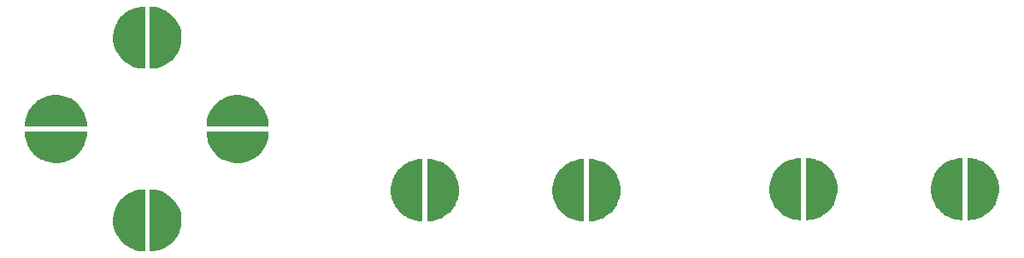
<source format=gbr>
G04 #@! TF.GenerationSoftware,KiCad,Pcbnew,5.0.2-5.fc29*
G04 #@! TF.CreationDate,2020-05-24T09:12:21-05:00*
G04 #@! TF.ProjectId,coleco_to_nes_selectable_v4,636f6c65-636f-45f7-946f-5f6e65735f73,rev?*
G04 #@! TF.SameCoordinates,Original*
G04 #@! TF.FileFunction,Paste,Top*
G04 #@! TF.FilePolarity,Positive*
%FSLAX46Y46*%
G04 Gerber Fmt 4.6, Leading zero omitted, Abs format (unit mm)*
G04 Created by KiCad (PCBNEW 5.0.2-5.fc29) date Sun 24 May 2020 09:12:21 AM CDT*
%MOMM*%
%LPD*%
G01*
G04 APERTURE LIST*
%ADD10C,1.524000*%
%ADD11C,0.100000*%
G04 APERTURE END LIST*
D10*
G04 #@! TO.C,Button-Side-L1*
X186550000Y-89400000D03*
D11*
G36*
X185298201Y-92524927D02*
X185297660Y-92524963D01*
X185296763Y-92524846D01*
X185292160Y-92524589D01*
X185284919Y-92523468D01*
X185283640Y-92523140D01*
X185283081Y-92523067D01*
X185282206Y-92522772D01*
X185277822Y-92521646D01*
X185270936Y-92519140D01*
X185269697Y-92518547D01*
X185269151Y-92518362D01*
X185268348Y-92517900D01*
X185264328Y-92515974D01*
X185263846Y-92515682D01*
X185258059Y-92512178D01*
X185256917Y-92511324D01*
X185256407Y-92511030D01*
X185255705Y-92510416D01*
X185253078Y-92508450D01*
X185252193Y-92507788D01*
X185246782Y-92502848D01*
X185245799Y-92501756D01*
X185245338Y-92501353D01*
X185244760Y-92500602D01*
X185241879Y-92497402D01*
X185237531Y-92491504D01*
X185236755Y-92490202D01*
X185236370Y-92489702D01*
X185235945Y-92488843D01*
X185233779Y-92485210D01*
X185230659Y-92478580D01*
X185230134Y-92477106D01*
X185229847Y-92476526D01*
X185229596Y-92475597D01*
X185228200Y-92471677D01*
X185226782Y-92465986D01*
X185226428Y-92464568D01*
X185226192Y-92462967D01*
X185226020Y-92462330D01*
X185225932Y-92461206D01*
X185225358Y-92457319D01*
X185225000Y-92450000D01*
X185225000Y-86450000D01*
X185225003Y-86449507D01*
X185225002Y-86449476D01*
X185225004Y-86449445D01*
X185225007Y-86448953D01*
X185225106Y-86447377D01*
X185225117Y-86445813D01*
X185225309Y-86443989D01*
X185225411Y-86442160D01*
X185225450Y-86441907D01*
X185225467Y-86441640D01*
X185225719Y-86440082D01*
X185225883Y-86438526D01*
X185226252Y-86436728D01*
X185226532Y-86434919D01*
X185226597Y-86434665D01*
X185226639Y-86434407D01*
X185227039Y-86432894D01*
X185227356Y-86431348D01*
X185227899Y-86429594D01*
X185228354Y-86427822D01*
X185228445Y-86427572D01*
X185228511Y-86427322D01*
X185229058Y-86425852D01*
X185229523Y-86424349D01*
X185230232Y-86422663D01*
X185230860Y-86420936D01*
X185230975Y-86420696D01*
X185231065Y-86420454D01*
X185231750Y-86419050D01*
X185232362Y-86417593D01*
X185233237Y-86415975D01*
X185234026Y-86414328D01*
X185234163Y-86414102D01*
X185234277Y-86413868D01*
X185235097Y-86412534D01*
X185235847Y-86411148D01*
X185236876Y-86409623D01*
X185237822Y-86408061D01*
X185237974Y-86407858D01*
X185238116Y-86407627D01*
X185239072Y-86406367D01*
X185239945Y-86405074D01*
X185241113Y-86403661D01*
X185242212Y-86402193D01*
X185242389Y-86401999D01*
X185242547Y-86401791D01*
X185243611Y-86400641D01*
X185244616Y-86399427D01*
X185245914Y-86398138D01*
X185247152Y-86396782D01*
X185247351Y-86396602D01*
X185247525Y-86396415D01*
X185248694Y-86395377D01*
X185249815Y-86394264D01*
X185251236Y-86393106D01*
X185252598Y-86391879D01*
X185252813Y-86391721D01*
X185253005Y-86391550D01*
X185254272Y-86390629D01*
X185255494Y-86389633D01*
X185257020Y-86388619D01*
X185258496Y-86387531D01*
X185258722Y-86387396D01*
X185258933Y-86387243D01*
X185260284Y-86386450D01*
X185261597Y-86385578D01*
X185263217Y-86384716D01*
X185264790Y-86383779D01*
X185265028Y-86383667D01*
X185265253Y-86383535D01*
X185266678Y-86382876D01*
X185268067Y-86382138D01*
X185269759Y-86381440D01*
X185271420Y-86380659D01*
X185271666Y-86380571D01*
X185271905Y-86380461D01*
X185273395Y-86379942D01*
X185274841Y-86379346D01*
X185276593Y-86378817D01*
X185278323Y-86378201D01*
X185278571Y-86378139D01*
X185278824Y-86378051D01*
X185280365Y-86377678D01*
X185281856Y-86377228D01*
X185283648Y-86376873D01*
X185285432Y-86376428D01*
X185285690Y-86376390D01*
X185285946Y-86376328D01*
X185287499Y-86376110D01*
X185289043Y-86375804D01*
X185290874Y-86375625D01*
X185292681Y-86375358D01*
X185292947Y-86375345D01*
X185293203Y-86375309D01*
X185294770Y-86375243D01*
X185296336Y-86375090D01*
X185298160Y-86375090D01*
X185300000Y-86375000D01*
X185350000Y-86375000D01*
X185350613Y-86375004D01*
X185350625Y-86375003D01*
X185350635Y-86375004D01*
X185351047Y-86375007D01*
X185358360Y-86375467D01*
X185365593Y-86376639D01*
X185367561Y-86377159D01*
X185368190Y-86377239D01*
X185373197Y-86378491D01*
X185596413Y-86389408D01*
X185597458Y-86389466D01*
X185600629Y-86389821D01*
X185603706Y-86390123D01*
X185893659Y-86432940D01*
X185894694Y-86433099D01*
X185897822Y-86433764D01*
X185900847Y-86434363D01*
X186185239Y-86505270D01*
X186186253Y-86505530D01*
X186189301Y-86506497D01*
X186192254Y-86507388D01*
X186468370Y-86605708D01*
X186469354Y-86606065D01*
X186472309Y-86607332D01*
X186475144Y-86608500D01*
X186740348Y-86733295D01*
X186741293Y-86733747D01*
X186744084Y-86735281D01*
X186746818Y-86736735D01*
X186998578Y-86886814D01*
X186999474Y-86887356D01*
X187002098Y-86889153D01*
X187004681Y-86890869D01*
X187117852Y-86974306D01*
X187135914Y-86984158D01*
X187153033Y-86996967D01*
X187165504Y-87009438D01*
X187240595Y-87064800D01*
X187241433Y-87065427D01*
X187243869Y-87067471D01*
X187246272Y-87069431D01*
X187464088Y-87265552D01*
X187464861Y-87266258D01*
X187467084Y-87268528D01*
X187469287Y-87270716D01*
X187666924Y-87487155D01*
X187667625Y-87487933D01*
X187669610Y-87490402D01*
X187671595Y-87492802D01*
X187847168Y-87727494D01*
X187847789Y-87728337D01*
X187849532Y-87731001D01*
X187851265Y-87733569D01*
X188003098Y-87984275D01*
X188003635Y-87985174D01*
X188005110Y-87987996D01*
X188006584Y-87990721D01*
X188066675Y-88116141D01*
X188068277Y-88118965D01*
X188072886Y-88129105D01*
X188133227Y-88255047D01*
X188133673Y-88255994D01*
X188134872Y-88258963D01*
X188136066Y-88261802D01*
X188147571Y-88293413D01*
X188318277Y-88668965D01*
X188323020Y-88682881D01*
X188324692Y-88693210D01*
X188374692Y-89243210D01*
X188375000Y-89250000D01*
X188375000Y-89750000D01*
X188372357Y-89769734D01*
X188339986Y-89888428D01*
X188321132Y-90022582D01*
X188320980Y-90023617D01*
X188320341Y-90026728D01*
X188319759Y-90029780D01*
X188250839Y-90314659D01*
X188250586Y-90315675D01*
X188249653Y-90318690D01*
X188248770Y-90321689D01*
X188152380Y-90598485D01*
X188152029Y-90599471D01*
X188150804Y-90602387D01*
X188149635Y-90605279D01*
X188069456Y-90778801D01*
X188021151Y-90923717D01*
X188012404Y-90941603D01*
X187612404Y-91541603D01*
X187603088Y-91552978D01*
X187591603Y-91562404D01*
X187404911Y-91686865D01*
X187279321Y-91803163D01*
X187278548Y-91803869D01*
X187276109Y-91805858D01*
X187273708Y-91807873D01*
X187040246Y-91985080D01*
X187039407Y-91985707D01*
X187036775Y-91987456D01*
X187034200Y-91989219D01*
X186784560Y-92142800D01*
X186783664Y-92143342D01*
X186780894Y-92144815D01*
X186778139Y-92146330D01*
X186687834Y-92190374D01*
X186595000Y-92260000D01*
X186582430Y-92267626D01*
X186569734Y-92272357D01*
X186392006Y-92320828D01*
X186233253Y-92379868D01*
X186232269Y-92380227D01*
X186229214Y-92381149D01*
X186226268Y-92382084D01*
X185942894Y-92456955D01*
X185941879Y-92457215D01*
X185938786Y-92457828D01*
X185935726Y-92458478D01*
X185646398Y-92505339D01*
X185645364Y-92505500D01*
X185642186Y-92505812D01*
X185639116Y-92506156D01*
X185346597Y-92524560D01*
X185345551Y-92524619D01*
X185343966Y-92524619D01*
X185342410Y-92524706D01*
X185300523Y-92524998D01*
X185299476Y-92524998D01*
X185298201Y-92524927D01*
X185298201Y-92524927D01*
G37*
D10*
X183450000Y-89500000D03*
D11*
G36*
X184701799Y-86375073D02*
X184702340Y-86375037D01*
X184703237Y-86375154D01*
X184707840Y-86375411D01*
X184715081Y-86376532D01*
X184716360Y-86376860D01*
X184716919Y-86376933D01*
X184717794Y-86377228D01*
X184722178Y-86378354D01*
X184729064Y-86380860D01*
X184730303Y-86381453D01*
X184730849Y-86381638D01*
X184731652Y-86382100D01*
X184735672Y-86384026D01*
X184736154Y-86384318D01*
X184741941Y-86387822D01*
X184743083Y-86388676D01*
X184743593Y-86388970D01*
X184744295Y-86389584D01*
X184746922Y-86391550D01*
X184747807Y-86392212D01*
X184753218Y-86397152D01*
X184754201Y-86398244D01*
X184754662Y-86398647D01*
X184755240Y-86399398D01*
X184758121Y-86402598D01*
X184762469Y-86408496D01*
X184763245Y-86409798D01*
X184763630Y-86410298D01*
X184764055Y-86411157D01*
X184766221Y-86414790D01*
X184769341Y-86421420D01*
X184769866Y-86422894D01*
X184770153Y-86423474D01*
X184770404Y-86424403D01*
X184771800Y-86428323D01*
X184773218Y-86434014D01*
X184773572Y-86435432D01*
X184773808Y-86437033D01*
X184773980Y-86437670D01*
X184774068Y-86438794D01*
X184774642Y-86442681D01*
X184775000Y-86450000D01*
X184775000Y-92450000D01*
X184774997Y-92450493D01*
X184774998Y-92450524D01*
X184774996Y-92450555D01*
X184774993Y-92451047D01*
X184774894Y-92452623D01*
X184774883Y-92454187D01*
X184774691Y-92456011D01*
X184774589Y-92457840D01*
X184774550Y-92458093D01*
X184774533Y-92458360D01*
X184774281Y-92459918D01*
X184774117Y-92461474D01*
X184773748Y-92463272D01*
X184773468Y-92465081D01*
X184773403Y-92465335D01*
X184773361Y-92465593D01*
X184772961Y-92467106D01*
X184772644Y-92468652D01*
X184772101Y-92470406D01*
X184771646Y-92472178D01*
X184771555Y-92472428D01*
X184771489Y-92472678D01*
X184770942Y-92474148D01*
X184770477Y-92475651D01*
X184769768Y-92477337D01*
X184769140Y-92479064D01*
X184769025Y-92479304D01*
X184768935Y-92479546D01*
X184768250Y-92480950D01*
X184767638Y-92482407D01*
X184766763Y-92484025D01*
X184765974Y-92485672D01*
X184765837Y-92485898D01*
X184765723Y-92486132D01*
X184764903Y-92487466D01*
X184764153Y-92488852D01*
X184763124Y-92490377D01*
X184762178Y-92491939D01*
X184762026Y-92492142D01*
X184761884Y-92492373D01*
X184760928Y-92493633D01*
X184760055Y-92494926D01*
X184758887Y-92496339D01*
X184757788Y-92497807D01*
X184757611Y-92498001D01*
X184757453Y-92498209D01*
X184756389Y-92499359D01*
X184755384Y-92500573D01*
X184754086Y-92501862D01*
X184752848Y-92503218D01*
X184752649Y-92503398D01*
X184752475Y-92503585D01*
X184751306Y-92504623D01*
X184750185Y-92505736D01*
X184748764Y-92506894D01*
X184747402Y-92508121D01*
X184747187Y-92508279D01*
X184746995Y-92508450D01*
X184745728Y-92509371D01*
X184744506Y-92510367D01*
X184742980Y-92511381D01*
X184741504Y-92512469D01*
X184741278Y-92512604D01*
X184741067Y-92512757D01*
X184739716Y-92513550D01*
X184738403Y-92514422D01*
X184736783Y-92515284D01*
X184735210Y-92516221D01*
X184734972Y-92516333D01*
X184734747Y-92516465D01*
X184733322Y-92517124D01*
X184731933Y-92517862D01*
X184730241Y-92518560D01*
X184728580Y-92519341D01*
X184728334Y-92519429D01*
X184728095Y-92519539D01*
X184726605Y-92520058D01*
X184725159Y-92520654D01*
X184723407Y-92521183D01*
X184721677Y-92521799D01*
X184721429Y-92521861D01*
X184721176Y-92521949D01*
X184719635Y-92522322D01*
X184718144Y-92522772D01*
X184716352Y-92523127D01*
X184714568Y-92523572D01*
X184714310Y-92523610D01*
X184714054Y-92523672D01*
X184712501Y-92523890D01*
X184710957Y-92524196D01*
X184709126Y-92524375D01*
X184707319Y-92524642D01*
X184707053Y-92524655D01*
X184706797Y-92524691D01*
X184705230Y-92524757D01*
X184703664Y-92524910D01*
X184701840Y-92524910D01*
X184700000Y-92525000D01*
X184650000Y-92525000D01*
X184649387Y-92524996D01*
X184649375Y-92524997D01*
X184649365Y-92524996D01*
X184648953Y-92524993D01*
X184641640Y-92524533D01*
X184634407Y-92523361D01*
X184632439Y-92522841D01*
X184631810Y-92522761D01*
X184626803Y-92521509D01*
X184403587Y-92510592D01*
X184402542Y-92510534D01*
X184399371Y-92510179D01*
X184396294Y-92509877D01*
X184106341Y-92467060D01*
X184105306Y-92466901D01*
X184102178Y-92466236D01*
X184099153Y-92465637D01*
X183814761Y-92394730D01*
X183813747Y-92394470D01*
X183810699Y-92393503D01*
X183807746Y-92392612D01*
X183531630Y-92294292D01*
X183530646Y-92293935D01*
X183527691Y-92292668D01*
X183524856Y-92291500D01*
X183259652Y-92166705D01*
X183258707Y-92166253D01*
X183255916Y-92164719D01*
X183253182Y-92163265D01*
X183001422Y-92013186D01*
X183000526Y-92012644D01*
X182997902Y-92010847D01*
X182995319Y-92009131D01*
X182882148Y-91925694D01*
X182864086Y-91915842D01*
X182846967Y-91903033D01*
X182834496Y-91890562D01*
X182759405Y-91835200D01*
X182758567Y-91834573D01*
X182756131Y-91832529D01*
X182753728Y-91830569D01*
X182535912Y-91634448D01*
X182535139Y-91633742D01*
X182532916Y-91631472D01*
X182530713Y-91629284D01*
X182333076Y-91412845D01*
X182332375Y-91412067D01*
X182330390Y-91409598D01*
X182328405Y-91407198D01*
X182152832Y-91172506D01*
X182152211Y-91171663D01*
X182150468Y-91168999D01*
X182148735Y-91166431D01*
X181996902Y-90915725D01*
X181996365Y-90914826D01*
X181994890Y-90912004D01*
X181993416Y-90909279D01*
X181933325Y-90783859D01*
X181931723Y-90781035D01*
X181927114Y-90770895D01*
X181866773Y-90644953D01*
X181866327Y-90644006D01*
X181865128Y-90641037D01*
X181863934Y-90638198D01*
X181852429Y-90606587D01*
X181681723Y-90231035D01*
X181676980Y-90217119D01*
X181675308Y-90206790D01*
X181625308Y-89656790D01*
X181625000Y-89650000D01*
X181625000Y-89150000D01*
X181627643Y-89130266D01*
X181660014Y-89011572D01*
X181678868Y-88877418D01*
X181679020Y-88876383D01*
X181679659Y-88873272D01*
X181680241Y-88870220D01*
X181749161Y-88585341D01*
X181749414Y-88584325D01*
X181750347Y-88581310D01*
X181751230Y-88578311D01*
X181847620Y-88301515D01*
X181847971Y-88300529D01*
X181849196Y-88297613D01*
X181850365Y-88294721D01*
X181930544Y-88121199D01*
X181978849Y-87976283D01*
X181987596Y-87958397D01*
X182387596Y-87358397D01*
X182396912Y-87347022D01*
X182408397Y-87337596D01*
X182595089Y-87213135D01*
X182720679Y-87096837D01*
X182721452Y-87096131D01*
X182723891Y-87094142D01*
X182726292Y-87092127D01*
X182959754Y-86914920D01*
X182960593Y-86914293D01*
X182963225Y-86912544D01*
X182965800Y-86910781D01*
X183215440Y-86757200D01*
X183216336Y-86756658D01*
X183219106Y-86755185D01*
X183221861Y-86753670D01*
X183312166Y-86709626D01*
X183405000Y-86640000D01*
X183417570Y-86632374D01*
X183430266Y-86627643D01*
X183607994Y-86579172D01*
X183766747Y-86520132D01*
X183767731Y-86519773D01*
X183770786Y-86518851D01*
X183773732Y-86517916D01*
X184057106Y-86443045D01*
X184058121Y-86442785D01*
X184061214Y-86442172D01*
X184064274Y-86441522D01*
X184353602Y-86394661D01*
X184354636Y-86394500D01*
X184357814Y-86394188D01*
X184360884Y-86393844D01*
X184653403Y-86375440D01*
X184654449Y-86375381D01*
X184656034Y-86375381D01*
X184657590Y-86375294D01*
X184699477Y-86375002D01*
X184700524Y-86375002D01*
X184701799Y-86375073D01*
X184701799Y-86375073D01*
G37*
G04 #@! TD*
D10*
G04 #@! TO.C,Button-Side-R1*
X170550000Y-89400000D03*
D11*
G36*
X169298201Y-92524927D02*
X169297660Y-92524963D01*
X169296763Y-92524846D01*
X169292160Y-92524589D01*
X169284919Y-92523468D01*
X169283640Y-92523140D01*
X169283081Y-92523067D01*
X169282206Y-92522772D01*
X169277822Y-92521646D01*
X169270936Y-92519140D01*
X169269697Y-92518547D01*
X169269151Y-92518362D01*
X169268348Y-92517900D01*
X169264328Y-92515974D01*
X169263846Y-92515682D01*
X169258059Y-92512178D01*
X169256917Y-92511324D01*
X169256407Y-92511030D01*
X169255705Y-92510416D01*
X169253078Y-92508450D01*
X169252193Y-92507788D01*
X169246782Y-92502848D01*
X169245799Y-92501756D01*
X169245338Y-92501353D01*
X169244760Y-92500602D01*
X169241879Y-92497402D01*
X169237531Y-92491504D01*
X169236755Y-92490202D01*
X169236370Y-92489702D01*
X169235945Y-92488843D01*
X169233779Y-92485210D01*
X169230659Y-92478580D01*
X169230134Y-92477106D01*
X169229847Y-92476526D01*
X169229596Y-92475597D01*
X169228200Y-92471677D01*
X169226782Y-92465986D01*
X169226428Y-92464568D01*
X169226192Y-92462967D01*
X169226020Y-92462330D01*
X169225932Y-92461206D01*
X169225358Y-92457319D01*
X169225000Y-92450000D01*
X169225000Y-86450000D01*
X169225003Y-86449507D01*
X169225002Y-86449476D01*
X169225004Y-86449445D01*
X169225007Y-86448953D01*
X169225106Y-86447377D01*
X169225117Y-86445813D01*
X169225309Y-86443989D01*
X169225411Y-86442160D01*
X169225450Y-86441907D01*
X169225467Y-86441640D01*
X169225719Y-86440082D01*
X169225883Y-86438526D01*
X169226252Y-86436728D01*
X169226532Y-86434919D01*
X169226597Y-86434665D01*
X169226639Y-86434407D01*
X169227039Y-86432894D01*
X169227356Y-86431348D01*
X169227899Y-86429594D01*
X169228354Y-86427822D01*
X169228445Y-86427572D01*
X169228511Y-86427322D01*
X169229058Y-86425852D01*
X169229523Y-86424349D01*
X169230232Y-86422663D01*
X169230860Y-86420936D01*
X169230975Y-86420696D01*
X169231065Y-86420454D01*
X169231750Y-86419050D01*
X169232362Y-86417593D01*
X169233237Y-86415975D01*
X169234026Y-86414328D01*
X169234163Y-86414102D01*
X169234277Y-86413868D01*
X169235097Y-86412534D01*
X169235847Y-86411148D01*
X169236876Y-86409623D01*
X169237822Y-86408061D01*
X169237974Y-86407858D01*
X169238116Y-86407627D01*
X169239072Y-86406367D01*
X169239945Y-86405074D01*
X169241113Y-86403661D01*
X169242212Y-86402193D01*
X169242389Y-86401999D01*
X169242547Y-86401791D01*
X169243611Y-86400641D01*
X169244616Y-86399427D01*
X169245914Y-86398138D01*
X169247152Y-86396782D01*
X169247351Y-86396602D01*
X169247525Y-86396415D01*
X169248694Y-86395377D01*
X169249815Y-86394264D01*
X169251236Y-86393106D01*
X169252598Y-86391879D01*
X169252813Y-86391721D01*
X169253005Y-86391550D01*
X169254272Y-86390629D01*
X169255494Y-86389633D01*
X169257020Y-86388619D01*
X169258496Y-86387531D01*
X169258722Y-86387396D01*
X169258933Y-86387243D01*
X169260284Y-86386450D01*
X169261597Y-86385578D01*
X169263217Y-86384716D01*
X169264790Y-86383779D01*
X169265028Y-86383667D01*
X169265253Y-86383535D01*
X169266678Y-86382876D01*
X169268067Y-86382138D01*
X169269759Y-86381440D01*
X169271420Y-86380659D01*
X169271666Y-86380571D01*
X169271905Y-86380461D01*
X169273395Y-86379942D01*
X169274841Y-86379346D01*
X169276593Y-86378817D01*
X169278323Y-86378201D01*
X169278571Y-86378139D01*
X169278824Y-86378051D01*
X169280365Y-86377678D01*
X169281856Y-86377228D01*
X169283648Y-86376873D01*
X169285432Y-86376428D01*
X169285690Y-86376390D01*
X169285946Y-86376328D01*
X169287499Y-86376110D01*
X169289043Y-86375804D01*
X169290874Y-86375625D01*
X169292681Y-86375358D01*
X169292947Y-86375345D01*
X169293203Y-86375309D01*
X169294770Y-86375243D01*
X169296336Y-86375090D01*
X169298160Y-86375090D01*
X169300000Y-86375000D01*
X169350000Y-86375000D01*
X169350613Y-86375004D01*
X169350625Y-86375003D01*
X169350635Y-86375004D01*
X169351047Y-86375007D01*
X169358360Y-86375467D01*
X169365593Y-86376639D01*
X169367561Y-86377159D01*
X169368190Y-86377239D01*
X169373197Y-86378491D01*
X169596413Y-86389408D01*
X169597458Y-86389466D01*
X169600629Y-86389821D01*
X169603706Y-86390123D01*
X169893659Y-86432940D01*
X169894694Y-86433099D01*
X169897822Y-86433764D01*
X169900847Y-86434363D01*
X170185239Y-86505270D01*
X170186253Y-86505530D01*
X170189301Y-86506497D01*
X170192254Y-86507388D01*
X170468370Y-86605708D01*
X170469354Y-86606065D01*
X170472309Y-86607332D01*
X170475144Y-86608500D01*
X170740348Y-86733295D01*
X170741293Y-86733747D01*
X170744084Y-86735281D01*
X170746818Y-86736735D01*
X170998578Y-86886814D01*
X170999474Y-86887356D01*
X171002098Y-86889153D01*
X171004681Y-86890869D01*
X171117852Y-86974306D01*
X171135914Y-86984158D01*
X171153033Y-86996967D01*
X171165504Y-87009438D01*
X171240595Y-87064800D01*
X171241433Y-87065427D01*
X171243869Y-87067471D01*
X171246272Y-87069431D01*
X171464088Y-87265552D01*
X171464861Y-87266258D01*
X171467084Y-87268528D01*
X171469287Y-87270716D01*
X171666924Y-87487155D01*
X171667625Y-87487933D01*
X171669610Y-87490402D01*
X171671595Y-87492802D01*
X171847168Y-87727494D01*
X171847789Y-87728337D01*
X171849532Y-87731001D01*
X171851265Y-87733569D01*
X172003098Y-87984275D01*
X172003635Y-87985174D01*
X172005110Y-87987996D01*
X172006584Y-87990721D01*
X172066675Y-88116141D01*
X172068277Y-88118965D01*
X172072886Y-88129105D01*
X172133227Y-88255047D01*
X172133673Y-88255994D01*
X172134872Y-88258963D01*
X172136066Y-88261802D01*
X172147571Y-88293413D01*
X172318277Y-88668965D01*
X172323020Y-88682881D01*
X172324692Y-88693210D01*
X172374692Y-89243210D01*
X172375000Y-89250000D01*
X172375000Y-89750000D01*
X172372357Y-89769734D01*
X172339986Y-89888428D01*
X172321132Y-90022582D01*
X172320980Y-90023617D01*
X172320341Y-90026728D01*
X172319759Y-90029780D01*
X172250839Y-90314659D01*
X172250586Y-90315675D01*
X172249653Y-90318690D01*
X172248770Y-90321689D01*
X172152380Y-90598485D01*
X172152029Y-90599471D01*
X172150804Y-90602387D01*
X172149635Y-90605279D01*
X172069456Y-90778801D01*
X172021151Y-90923717D01*
X172012404Y-90941603D01*
X171612404Y-91541603D01*
X171603088Y-91552978D01*
X171591603Y-91562404D01*
X171404911Y-91686865D01*
X171279321Y-91803163D01*
X171278548Y-91803869D01*
X171276109Y-91805858D01*
X171273708Y-91807873D01*
X171040246Y-91985080D01*
X171039407Y-91985707D01*
X171036775Y-91987456D01*
X171034200Y-91989219D01*
X170784560Y-92142800D01*
X170783664Y-92143342D01*
X170780894Y-92144815D01*
X170778139Y-92146330D01*
X170687834Y-92190374D01*
X170595000Y-92260000D01*
X170582430Y-92267626D01*
X170569734Y-92272357D01*
X170392006Y-92320828D01*
X170233253Y-92379868D01*
X170232269Y-92380227D01*
X170229214Y-92381149D01*
X170226268Y-92382084D01*
X169942894Y-92456955D01*
X169941879Y-92457215D01*
X169938786Y-92457828D01*
X169935726Y-92458478D01*
X169646398Y-92505339D01*
X169645364Y-92505500D01*
X169642186Y-92505812D01*
X169639116Y-92506156D01*
X169346597Y-92524560D01*
X169345551Y-92524619D01*
X169343966Y-92524619D01*
X169342410Y-92524706D01*
X169300523Y-92524998D01*
X169299476Y-92524998D01*
X169298201Y-92524927D01*
X169298201Y-92524927D01*
G37*
D10*
X167450000Y-89500000D03*
D11*
G36*
X168701799Y-86375073D02*
X168702340Y-86375037D01*
X168703237Y-86375154D01*
X168707840Y-86375411D01*
X168715081Y-86376532D01*
X168716360Y-86376860D01*
X168716919Y-86376933D01*
X168717794Y-86377228D01*
X168722178Y-86378354D01*
X168729064Y-86380860D01*
X168730303Y-86381453D01*
X168730849Y-86381638D01*
X168731652Y-86382100D01*
X168735672Y-86384026D01*
X168736154Y-86384318D01*
X168741941Y-86387822D01*
X168743083Y-86388676D01*
X168743593Y-86388970D01*
X168744295Y-86389584D01*
X168746922Y-86391550D01*
X168747807Y-86392212D01*
X168753218Y-86397152D01*
X168754201Y-86398244D01*
X168754662Y-86398647D01*
X168755240Y-86399398D01*
X168758121Y-86402598D01*
X168762469Y-86408496D01*
X168763245Y-86409798D01*
X168763630Y-86410298D01*
X168764055Y-86411157D01*
X168766221Y-86414790D01*
X168769341Y-86421420D01*
X168769866Y-86422894D01*
X168770153Y-86423474D01*
X168770404Y-86424403D01*
X168771800Y-86428323D01*
X168773218Y-86434014D01*
X168773572Y-86435432D01*
X168773808Y-86437033D01*
X168773980Y-86437670D01*
X168774068Y-86438794D01*
X168774642Y-86442681D01*
X168775000Y-86450000D01*
X168775000Y-92450000D01*
X168774997Y-92450493D01*
X168774998Y-92450524D01*
X168774996Y-92450555D01*
X168774993Y-92451047D01*
X168774894Y-92452623D01*
X168774883Y-92454187D01*
X168774691Y-92456011D01*
X168774589Y-92457840D01*
X168774550Y-92458093D01*
X168774533Y-92458360D01*
X168774281Y-92459918D01*
X168774117Y-92461474D01*
X168773748Y-92463272D01*
X168773468Y-92465081D01*
X168773403Y-92465335D01*
X168773361Y-92465593D01*
X168772961Y-92467106D01*
X168772644Y-92468652D01*
X168772101Y-92470406D01*
X168771646Y-92472178D01*
X168771555Y-92472428D01*
X168771489Y-92472678D01*
X168770942Y-92474148D01*
X168770477Y-92475651D01*
X168769768Y-92477337D01*
X168769140Y-92479064D01*
X168769025Y-92479304D01*
X168768935Y-92479546D01*
X168768250Y-92480950D01*
X168767638Y-92482407D01*
X168766763Y-92484025D01*
X168765974Y-92485672D01*
X168765837Y-92485898D01*
X168765723Y-92486132D01*
X168764903Y-92487466D01*
X168764153Y-92488852D01*
X168763124Y-92490377D01*
X168762178Y-92491939D01*
X168762026Y-92492142D01*
X168761884Y-92492373D01*
X168760928Y-92493633D01*
X168760055Y-92494926D01*
X168758887Y-92496339D01*
X168757788Y-92497807D01*
X168757611Y-92498001D01*
X168757453Y-92498209D01*
X168756389Y-92499359D01*
X168755384Y-92500573D01*
X168754086Y-92501862D01*
X168752848Y-92503218D01*
X168752649Y-92503398D01*
X168752475Y-92503585D01*
X168751306Y-92504623D01*
X168750185Y-92505736D01*
X168748764Y-92506894D01*
X168747402Y-92508121D01*
X168747187Y-92508279D01*
X168746995Y-92508450D01*
X168745728Y-92509371D01*
X168744506Y-92510367D01*
X168742980Y-92511381D01*
X168741504Y-92512469D01*
X168741278Y-92512604D01*
X168741067Y-92512757D01*
X168739716Y-92513550D01*
X168738403Y-92514422D01*
X168736783Y-92515284D01*
X168735210Y-92516221D01*
X168734972Y-92516333D01*
X168734747Y-92516465D01*
X168733322Y-92517124D01*
X168731933Y-92517862D01*
X168730241Y-92518560D01*
X168728580Y-92519341D01*
X168728334Y-92519429D01*
X168728095Y-92519539D01*
X168726605Y-92520058D01*
X168725159Y-92520654D01*
X168723407Y-92521183D01*
X168721677Y-92521799D01*
X168721429Y-92521861D01*
X168721176Y-92521949D01*
X168719635Y-92522322D01*
X168718144Y-92522772D01*
X168716352Y-92523127D01*
X168714568Y-92523572D01*
X168714310Y-92523610D01*
X168714054Y-92523672D01*
X168712501Y-92523890D01*
X168710957Y-92524196D01*
X168709126Y-92524375D01*
X168707319Y-92524642D01*
X168707053Y-92524655D01*
X168706797Y-92524691D01*
X168705230Y-92524757D01*
X168703664Y-92524910D01*
X168701840Y-92524910D01*
X168700000Y-92525000D01*
X168650000Y-92525000D01*
X168649387Y-92524996D01*
X168649375Y-92524997D01*
X168649365Y-92524996D01*
X168648953Y-92524993D01*
X168641640Y-92524533D01*
X168634407Y-92523361D01*
X168632439Y-92522841D01*
X168631810Y-92522761D01*
X168626803Y-92521509D01*
X168403587Y-92510592D01*
X168402542Y-92510534D01*
X168399371Y-92510179D01*
X168396294Y-92509877D01*
X168106341Y-92467060D01*
X168105306Y-92466901D01*
X168102178Y-92466236D01*
X168099153Y-92465637D01*
X167814761Y-92394730D01*
X167813747Y-92394470D01*
X167810699Y-92393503D01*
X167807746Y-92392612D01*
X167531630Y-92294292D01*
X167530646Y-92293935D01*
X167527691Y-92292668D01*
X167524856Y-92291500D01*
X167259652Y-92166705D01*
X167258707Y-92166253D01*
X167255916Y-92164719D01*
X167253182Y-92163265D01*
X167001422Y-92013186D01*
X167000526Y-92012644D01*
X166997902Y-92010847D01*
X166995319Y-92009131D01*
X166882148Y-91925694D01*
X166864086Y-91915842D01*
X166846967Y-91903033D01*
X166834496Y-91890562D01*
X166759405Y-91835200D01*
X166758567Y-91834573D01*
X166756131Y-91832529D01*
X166753728Y-91830569D01*
X166535912Y-91634448D01*
X166535139Y-91633742D01*
X166532916Y-91631472D01*
X166530713Y-91629284D01*
X166333076Y-91412845D01*
X166332375Y-91412067D01*
X166330390Y-91409598D01*
X166328405Y-91407198D01*
X166152832Y-91172506D01*
X166152211Y-91171663D01*
X166150468Y-91168999D01*
X166148735Y-91166431D01*
X165996902Y-90915725D01*
X165996365Y-90914826D01*
X165994890Y-90912004D01*
X165993416Y-90909279D01*
X165933325Y-90783859D01*
X165931723Y-90781035D01*
X165927114Y-90770895D01*
X165866773Y-90644953D01*
X165866327Y-90644006D01*
X165865128Y-90641037D01*
X165863934Y-90638198D01*
X165852429Y-90606587D01*
X165681723Y-90231035D01*
X165676980Y-90217119D01*
X165675308Y-90206790D01*
X165625308Y-89656790D01*
X165625000Y-89650000D01*
X165625000Y-89150000D01*
X165627643Y-89130266D01*
X165660014Y-89011572D01*
X165678868Y-88877418D01*
X165679020Y-88876383D01*
X165679659Y-88873272D01*
X165680241Y-88870220D01*
X165749161Y-88585341D01*
X165749414Y-88584325D01*
X165750347Y-88581310D01*
X165751230Y-88578311D01*
X165847620Y-88301515D01*
X165847971Y-88300529D01*
X165849196Y-88297613D01*
X165850365Y-88294721D01*
X165930544Y-88121199D01*
X165978849Y-87976283D01*
X165987596Y-87958397D01*
X166387596Y-87358397D01*
X166396912Y-87347022D01*
X166408397Y-87337596D01*
X166595089Y-87213135D01*
X166720679Y-87096837D01*
X166721452Y-87096131D01*
X166723891Y-87094142D01*
X166726292Y-87092127D01*
X166959754Y-86914920D01*
X166960593Y-86914293D01*
X166963225Y-86912544D01*
X166965800Y-86910781D01*
X167215440Y-86757200D01*
X167216336Y-86756658D01*
X167219106Y-86755185D01*
X167221861Y-86753670D01*
X167312166Y-86709626D01*
X167405000Y-86640000D01*
X167417570Y-86632374D01*
X167430266Y-86627643D01*
X167607994Y-86579172D01*
X167766747Y-86520132D01*
X167767731Y-86519773D01*
X167770786Y-86518851D01*
X167773732Y-86517916D01*
X168057106Y-86443045D01*
X168058121Y-86442785D01*
X168061214Y-86442172D01*
X168064274Y-86441522D01*
X168353602Y-86394661D01*
X168354636Y-86394500D01*
X168357814Y-86394188D01*
X168360884Y-86393844D01*
X168653403Y-86375440D01*
X168654449Y-86375381D01*
X168656034Y-86375381D01*
X168657590Y-86375294D01*
X168699477Y-86375002D01*
X168700524Y-86375002D01*
X168701799Y-86375073D01*
X168701799Y-86375073D01*
G37*
G04 #@! TD*
D10*
G04 #@! TO.C,Button-\002A1*
X129950000Y-89600000D03*
D11*
G36*
X131201799Y-86475073D02*
X131202340Y-86475037D01*
X131203237Y-86475154D01*
X131207840Y-86475411D01*
X131215081Y-86476532D01*
X131216360Y-86476860D01*
X131216919Y-86476933D01*
X131217794Y-86477228D01*
X131222178Y-86478354D01*
X131229064Y-86480860D01*
X131230303Y-86481453D01*
X131230849Y-86481638D01*
X131231652Y-86482100D01*
X131235672Y-86484026D01*
X131236154Y-86484318D01*
X131241941Y-86487822D01*
X131243083Y-86488676D01*
X131243593Y-86488970D01*
X131244295Y-86489584D01*
X131246922Y-86491550D01*
X131247807Y-86492212D01*
X131253218Y-86497152D01*
X131254201Y-86498244D01*
X131254662Y-86498647D01*
X131255240Y-86499398D01*
X131258121Y-86502598D01*
X131262469Y-86508496D01*
X131263245Y-86509798D01*
X131263630Y-86510298D01*
X131264055Y-86511157D01*
X131266221Y-86514790D01*
X131269341Y-86521420D01*
X131269866Y-86522894D01*
X131270153Y-86523474D01*
X131270404Y-86524403D01*
X131271800Y-86528323D01*
X131273218Y-86534014D01*
X131273572Y-86535432D01*
X131273808Y-86537033D01*
X131273980Y-86537670D01*
X131274068Y-86538794D01*
X131274642Y-86542681D01*
X131275000Y-86550000D01*
X131275000Y-92550000D01*
X131274997Y-92550493D01*
X131274998Y-92550524D01*
X131274996Y-92550555D01*
X131274993Y-92551047D01*
X131274894Y-92552623D01*
X131274883Y-92554187D01*
X131274691Y-92556011D01*
X131274589Y-92557840D01*
X131274550Y-92558093D01*
X131274533Y-92558360D01*
X131274281Y-92559918D01*
X131274117Y-92561474D01*
X131273748Y-92563272D01*
X131273468Y-92565081D01*
X131273403Y-92565335D01*
X131273361Y-92565593D01*
X131272961Y-92567106D01*
X131272644Y-92568652D01*
X131272101Y-92570406D01*
X131271646Y-92572178D01*
X131271555Y-92572428D01*
X131271489Y-92572678D01*
X131270942Y-92574148D01*
X131270477Y-92575651D01*
X131269768Y-92577337D01*
X131269140Y-92579064D01*
X131269025Y-92579304D01*
X131268935Y-92579546D01*
X131268250Y-92580950D01*
X131267638Y-92582407D01*
X131266763Y-92584025D01*
X131265974Y-92585672D01*
X131265837Y-92585898D01*
X131265723Y-92586132D01*
X131264903Y-92587466D01*
X131264153Y-92588852D01*
X131263124Y-92590377D01*
X131262178Y-92591939D01*
X131262026Y-92592142D01*
X131261884Y-92592373D01*
X131260928Y-92593633D01*
X131260055Y-92594926D01*
X131258887Y-92596339D01*
X131257788Y-92597807D01*
X131257611Y-92598001D01*
X131257453Y-92598209D01*
X131256389Y-92599359D01*
X131255384Y-92600573D01*
X131254086Y-92601862D01*
X131252848Y-92603218D01*
X131252649Y-92603398D01*
X131252475Y-92603585D01*
X131251306Y-92604623D01*
X131250185Y-92605736D01*
X131248764Y-92606894D01*
X131247402Y-92608121D01*
X131247187Y-92608279D01*
X131246995Y-92608450D01*
X131245728Y-92609371D01*
X131244506Y-92610367D01*
X131242980Y-92611381D01*
X131241504Y-92612469D01*
X131241278Y-92612604D01*
X131241067Y-92612757D01*
X131239716Y-92613550D01*
X131238403Y-92614422D01*
X131236783Y-92615284D01*
X131235210Y-92616221D01*
X131234972Y-92616333D01*
X131234747Y-92616465D01*
X131233322Y-92617124D01*
X131231933Y-92617862D01*
X131230241Y-92618560D01*
X131228580Y-92619341D01*
X131228334Y-92619429D01*
X131228095Y-92619539D01*
X131226605Y-92620058D01*
X131225159Y-92620654D01*
X131223407Y-92621183D01*
X131221677Y-92621799D01*
X131221429Y-92621861D01*
X131221176Y-92621949D01*
X131219635Y-92622322D01*
X131218144Y-92622772D01*
X131216352Y-92623127D01*
X131214568Y-92623572D01*
X131214310Y-92623610D01*
X131214054Y-92623672D01*
X131212501Y-92623890D01*
X131210957Y-92624196D01*
X131209126Y-92624375D01*
X131207319Y-92624642D01*
X131207053Y-92624655D01*
X131206797Y-92624691D01*
X131205230Y-92624757D01*
X131203664Y-92624910D01*
X131201840Y-92624910D01*
X131200000Y-92625000D01*
X131150000Y-92625000D01*
X131149387Y-92624996D01*
X131149375Y-92624997D01*
X131149365Y-92624996D01*
X131148953Y-92624993D01*
X131141640Y-92624533D01*
X131134407Y-92623361D01*
X131132439Y-92622841D01*
X131131810Y-92622761D01*
X131126803Y-92621509D01*
X130903587Y-92610592D01*
X130902542Y-92610534D01*
X130899371Y-92610179D01*
X130896294Y-92609877D01*
X130606341Y-92567060D01*
X130605306Y-92566901D01*
X130602178Y-92566236D01*
X130599153Y-92565637D01*
X130314761Y-92494730D01*
X130313747Y-92494470D01*
X130310699Y-92493503D01*
X130307746Y-92492612D01*
X130031630Y-92394292D01*
X130030646Y-92393935D01*
X130027691Y-92392668D01*
X130024856Y-92391500D01*
X129759652Y-92266705D01*
X129758707Y-92266253D01*
X129755916Y-92264719D01*
X129753182Y-92263265D01*
X129501422Y-92113186D01*
X129500526Y-92112644D01*
X129497902Y-92110847D01*
X129495319Y-92109131D01*
X129382148Y-92025694D01*
X129364086Y-92015842D01*
X129346967Y-92003033D01*
X129334496Y-91990562D01*
X129259405Y-91935200D01*
X129258567Y-91934573D01*
X129256131Y-91932529D01*
X129253728Y-91930569D01*
X129035912Y-91734448D01*
X129035139Y-91733742D01*
X129032916Y-91731472D01*
X129030713Y-91729284D01*
X128833076Y-91512845D01*
X128832375Y-91512067D01*
X128830390Y-91509598D01*
X128828405Y-91507198D01*
X128652832Y-91272506D01*
X128652211Y-91271663D01*
X128650468Y-91268999D01*
X128648735Y-91266431D01*
X128496902Y-91015725D01*
X128496365Y-91014826D01*
X128494890Y-91012004D01*
X128493416Y-91009279D01*
X128433325Y-90883859D01*
X128431723Y-90881035D01*
X128427114Y-90870895D01*
X128366773Y-90744953D01*
X128366327Y-90744006D01*
X128365128Y-90741037D01*
X128363934Y-90738198D01*
X128352429Y-90706587D01*
X128181723Y-90331035D01*
X128176980Y-90317119D01*
X128175308Y-90306790D01*
X128125308Y-89756790D01*
X128125000Y-89750000D01*
X128125000Y-89250000D01*
X128127643Y-89230266D01*
X128160014Y-89111572D01*
X128178868Y-88977418D01*
X128179020Y-88976383D01*
X128179659Y-88973272D01*
X128180241Y-88970220D01*
X128249161Y-88685341D01*
X128249414Y-88684325D01*
X128250347Y-88681310D01*
X128251230Y-88678311D01*
X128347620Y-88401515D01*
X128347971Y-88400529D01*
X128349196Y-88397613D01*
X128350365Y-88394721D01*
X128430544Y-88221199D01*
X128478849Y-88076283D01*
X128487596Y-88058397D01*
X128887596Y-87458397D01*
X128896912Y-87447022D01*
X128908397Y-87437596D01*
X129095089Y-87313135D01*
X129220679Y-87196837D01*
X129221452Y-87196131D01*
X129223891Y-87194142D01*
X129226292Y-87192127D01*
X129459754Y-87014920D01*
X129460593Y-87014293D01*
X129463225Y-87012544D01*
X129465800Y-87010781D01*
X129715440Y-86857200D01*
X129716336Y-86856658D01*
X129719106Y-86855185D01*
X129721861Y-86853670D01*
X129812166Y-86809626D01*
X129905000Y-86740000D01*
X129917570Y-86732374D01*
X129930266Y-86727643D01*
X130107994Y-86679172D01*
X130266747Y-86620132D01*
X130267731Y-86619773D01*
X130270786Y-86618851D01*
X130273732Y-86617916D01*
X130557106Y-86543045D01*
X130558121Y-86542785D01*
X130561214Y-86542172D01*
X130564274Y-86541522D01*
X130853602Y-86494661D01*
X130854636Y-86494500D01*
X130857814Y-86494188D01*
X130860884Y-86493844D01*
X131153403Y-86475440D01*
X131154449Y-86475381D01*
X131156034Y-86475381D01*
X131157590Y-86475294D01*
X131199477Y-86475002D01*
X131200524Y-86475002D01*
X131201799Y-86475073D01*
X131201799Y-86475073D01*
G37*
D10*
X133050000Y-89500000D03*
D11*
G36*
X131798201Y-92624927D02*
X131797660Y-92624963D01*
X131796763Y-92624846D01*
X131792160Y-92624589D01*
X131784919Y-92623468D01*
X131783640Y-92623140D01*
X131783081Y-92623067D01*
X131782206Y-92622772D01*
X131777822Y-92621646D01*
X131770936Y-92619140D01*
X131769697Y-92618547D01*
X131769151Y-92618362D01*
X131768348Y-92617900D01*
X131764328Y-92615974D01*
X131763846Y-92615682D01*
X131758059Y-92612178D01*
X131756917Y-92611324D01*
X131756407Y-92611030D01*
X131755705Y-92610416D01*
X131753078Y-92608450D01*
X131752193Y-92607788D01*
X131746782Y-92602848D01*
X131745799Y-92601756D01*
X131745338Y-92601353D01*
X131744760Y-92600602D01*
X131741879Y-92597402D01*
X131737531Y-92591504D01*
X131736755Y-92590202D01*
X131736370Y-92589702D01*
X131735945Y-92588843D01*
X131733779Y-92585210D01*
X131730659Y-92578580D01*
X131730134Y-92577106D01*
X131729847Y-92576526D01*
X131729596Y-92575597D01*
X131728200Y-92571677D01*
X131726782Y-92565986D01*
X131726428Y-92564568D01*
X131726192Y-92562967D01*
X131726020Y-92562330D01*
X131725932Y-92561206D01*
X131725358Y-92557319D01*
X131725000Y-92550000D01*
X131725000Y-86550000D01*
X131725003Y-86549507D01*
X131725002Y-86549476D01*
X131725004Y-86549445D01*
X131725007Y-86548953D01*
X131725106Y-86547377D01*
X131725117Y-86545813D01*
X131725309Y-86543989D01*
X131725411Y-86542160D01*
X131725450Y-86541907D01*
X131725467Y-86541640D01*
X131725719Y-86540082D01*
X131725883Y-86538526D01*
X131726252Y-86536728D01*
X131726532Y-86534919D01*
X131726597Y-86534665D01*
X131726639Y-86534407D01*
X131727039Y-86532894D01*
X131727356Y-86531348D01*
X131727899Y-86529594D01*
X131728354Y-86527822D01*
X131728445Y-86527572D01*
X131728511Y-86527322D01*
X131729058Y-86525852D01*
X131729523Y-86524349D01*
X131730232Y-86522663D01*
X131730860Y-86520936D01*
X131730975Y-86520696D01*
X131731065Y-86520454D01*
X131731750Y-86519050D01*
X131732362Y-86517593D01*
X131733237Y-86515975D01*
X131734026Y-86514328D01*
X131734163Y-86514102D01*
X131734277Y-86513868D01*
X131735097Y-86512534D01*
X131735847Y-86511148D01*
X131736876Y-86509623D01*
X131737822Y-86508061D01*
X131737974Y-86507858D01*
X131738116Y-86507627D01*
X131739072Y-86506367D01*
X131739945Y-86505074D01*
X131741113Y-86503661D01*
X131742212Y-86502193D01*
X131742389Y-86501999D01*
X131742547Y-86501791D01*
X131743611Y-86500641D01*
X131744616Y-86499427D01*
X131745914Y-86498138D01*
X131747152Y-86496782D01*
X131747351Y-86496602D01*
X131747525Y-86496415D01*
X131748694Y-86495377D01*
X131749815Y-86494264D01*
X131751236Y-86493106D01*
X131752598Y-86491879D01*
X131752813Y-86491721D01*
X131753005Y-86491550D01*
X131754272Y-86490629D01*
X131755494Y-86489633D01*
X131757020Y-86488619D01*
X131758496Y-86487531D01*
X131758722Y-86487396D01*
X131758933Y-86487243D01*
X131760284Y-86486450D01*
X131761597Y-86485578D01*
X131763217Y-86484716D01*
X131764790Y-86483779D01*
X131765028Y-86483667D01*
X131765253Y-86483535D01*
X131766678Y-86482876D01*
X131768067Y-86482138D01*
X131769759Y-86481440D01*
X131771420Y-86480659D01*
X131771666Y-86480571D01*
X131771905Y-86480461D01*
X131773395Y-86479942D01*
X131774841Y-86479346D01*
X131776593Y-86478817D01*
X131778323Y-86478201D01*
X131778571Y-86478139D01*
X131778824Y-86478051D01*
X131780365Y-86477678D01*
X131781856Y-86477228D01*
X131783648Y-86476873D01*
X131785432Y-86476428D01*
X131785690Y-86476390D01*
X131785946Y-86476328D01*
X131787499Y-86476110D01*
X131789043Y-86475804D01*
X131790874Y-86475625D01*
X131792681Y-86475358D01*
X131792947Y-86475345D01*
X131793203Y-86475309D01*
X131794770Y-86475243D01*
X131796336Y-86475090D01*
X131798160Y-86475090D01*
X131800000Y-86475000D01*
X131850000Y-86475000D01*
X131850613Y-86475004D01*
X131850625Y-86475003D01*
X131850635Y-86475004D01*
X131851047Y-86475007D01*
X131858360Y-86475467D01*
X131865593Y-86476639D01*
X131867561Y-86477159D01*
X131868190Y-86477239D01*
X131873197Y-86478491D01*
X132096413Y-86489408D01*
X132097458Y-86489466D01*
X132100629Y-86489821D01*
X132103706Y-86490123D01*
X132393659Y-86532940D01*
X132394694Y-86533099D01*
X132397822Y-86533764D01*
X132400847Y-86534363D01*
X132685239Y-86605270D01*
X132686253Y-86605530D01*
X132689301Y-86606497D01*
X132692254Y-86607388D01*
X132968370Y-86705708D01*
X132969354Y-86706065D01*
X132972309Y-86707332D01*
X132975144Y-86708500D01*
X133240348Y-86833295D01*
X133241293Y-86833747D01*
X133244084Y-86835281D01*
X133246818Y-86836735D01*
X133498578Y-86986814D01*
X133499474Y-86987356D01*
X133502098Y-86989153D01*
X133504681Y-86990869D01*
X133617852Y-87074306D01*
X133635914Y-87084158D01*
X133653033Y-87096967D01*
X133665504Y-87109438D01*
X133740595Y-87164800D01*
X133741433Y-87165427D01*
X133743869Y-87167471D01*
X133746272Y-87169431D01*
X133964088Y-87365552D01*
X133964861Y-87366258D01*
X133967084Y-87368528D01*
X133969287Y-87370716D01*
X134166924Y-87587155D01*
X134167625Y-87587933D01*
X134169610Y-87590402D01*
X134171595Y-87592802D01*
X134347168Y-87827494D01*
X134347789Y-87828337D01*
X134349532Y-87831001D01*
X134351265Y-87833569D01*
X134503098Y-88084275D01*
X134503635Y-88085174D01*
X134505110Y-88087996D01*
X134506584Y-88090721D01*
X134566675Y-88216141D01*
X134568277Y-88218965D01*
X134572886Y-88229105D01*
X134633227Y-88355047D01*
X134633673Y-88355994D01*
X134634872Y-88358963D01*
X134636066Y-88361802D01*
X134647571Y-88393413D01*
X134818277Y-88768965D01*
X134823020Y-88782881D01*
X134824692Y-88793210D01*
X134874692Y-89343210D01*
X134875000Y-89350000D01*
X134875000Y-89850000D01*
X134872357Y-89869734D01*
X134839986Y-89988428D01*
X134821132Y-90122582D01*
X134820980Y-90123617D01*
X134820341Y-90126728D01*
X134819759Y-90129780D01*
X134750839Y-90414659D01*
X134750586Y-90415675D01*
X134749653Y-90418690D01*
X134748770Y-90421689D01*
X134652380Y-90698485D01*
X134652029Y-90699471D01*
X134650804Y-90702387D01*
X134649635Y-90705279D01*
X134569456Y-90878801D01*
X134521151Y-91023717D01*
X134512404Y-91041603D01*
X134112404Y-91641603D01*
X134103088Y-91652978D01*
X134091603Y-91662404D01*
X133904911Y-91786865D01*
X133779321Y-91903163D01*
X133778548Y-91903869D01*
X133776109Y-91905858D01*
X133773708Y-91907873D01*
X133540246Y-92085080D01*
X133539407Y-92085707D01*
X133536775Y-92087456D01*
X133534200Y-92089219D01*
X133284560Y-92242800D01*
X133283664Y-92243342D01*
X133280894Y-92244815D01*
X133278139Y-92246330D01*
X133187834Y-92290374D01*
X133095000Y-92360000D01*
X133082430Y-92367626D01*
X133069734Y-92372357D01*
X132892006Y-92420828D01*
X132733253Y-92479868D01*
X132732269Y-92480227D01*
X132729214Y-92481149D01*
X132726268Y-92482084D01*
X132442894Y-92556955D01*
X132441879Y-92557215D01*
X132438786Y-92557828D01*
X132435726Y-92558478D01*
X132146398Y-92605339D01*
X132145364Y-92605500D01*
X132142186Y-92605812D01*
X132139116Y-92606156D01*
X131846597Y-92624560D01*
X131845551Y-92624619D01*
X131843966Y-92624619D01*
X131842410Y-92624706D01*
X131800523Y-92624998D01*
X131799476Y-92624998D01*
X131798201Y-92624927D01*
X131798201Y-92624927D01*
G37*
G04 #@! TD*
D10*
G04 #@! TO.C,D-Right1*
X112900000Y-81950000D03*
D11*
G36*
X116024927Y-83201799D02*
X116024963Y-83202340D01*
X116024846Y-83203237D01*
X116024589Y-83207840D01*
X116023468Y-83215081D01*
X116023140Y-83216360D01*
X116023067Y-83216919D01*
X116022772Y-83217794D01*
X116021646Y-83222178D01*
X116019140Y-83229064D01*
X116018547Y-83230303D01*
X116018362Y-83230849D01*
X116017900Y-83231652D01*
X116015974Y-83235672D01*
X116015682Y-83236154D01*
X116012178Y-83241941D01*
X116011324Y-83243083D01*
X116011030Y-83243593D01*
X116010416Y-83244295D01*
X116008450Y-83246922D01*
X116007788Y-83247807D01*
X116002848Y-83253218D01*
X116001756Y-83254201D01*
X116001353Y-83254662D01*
X116000602Y-83255240D01*
X115997402Y-83258121D01*
X115991504Y-83262469D01*
X115990202Y-83263245D01*
X115989702Y-83263630D01*
X115988843Y-83264055D01*
X115985210Y-83266221D01*
X115978580Y-83269341D01*
X115977106Y-83269866D01*
X115976526Y-83270153D01*
X115975597Y-83270404D01*
X115971677Y-83271800D01*
X115965986Y-83273218D01*
X115964568Y-83273572D01*
X115962967Y-83273808D01*
X115962330Y-83273980D01*
X115961206Y-83274068D01*
X115957319Y-83274642D01*
X115950000Y-83275000D01*
X109950000Y-83275000D01*
X109949507Y-83274997D01*
X109949476Y-83274998D01*
X109949445Y-83274996D01*
X109948953Y-83274993D01*
X109947377Y-83274894D01*
X109945813Y-83274883D01*
X109943989Y-83274691D01*
X109942160Y-83274589D01*
X109941907Y-83274550D01*
X109941640Y-83274533D01*
X109940082Y-83274281D01*
X109938526Y-83274117D01*
X109936728Y-83273748D01*
X109934919Y-83273468D01*
X109934665Y-83273403D01*
X109934407Y-83273361D01*
X109932894Y-83272961D01*
X109931348Y-83272644D01*
X109929594Y-83272101D01*
X109927822Y-83271646D01*
X109927572Y-83271555D01*
X109927322Y-83271489D01*
X109925852Y-83270942D01*
X109924349Y-83270477D01*
X109922663Y-83269768D01*
X109920936Y-83269140D01*
X109920696Y-83269025D01*
X109920454Y-83268935D01*
X109919050Y-83268250D01*
X109917593Y-83267638D01*
X109915975Y-83266763D01*
X109914328Y-83265974D01*
X109914102Y-83265837D01*
X109913868Y-83265723D01*
X109912534Y-83264903D01*
X109911148Y-83264153D01*
X109909623Y-83263124D01*
X109908061Y-83262178D01*
X109907858Y-83262026D01*
X109907627Y-83261884D01*
X109906367Y-83260928D01*
X109905074Y-83260055D01*
X109903661Y-83258887D01*
X109902193Y-83257788D01*
X109901999Y-83257611D01*
X109901791Y-83257453D01*
X109900641Y-83256389D01*
X109899427Y-83255384D01*
X109898138Y-83254086D01*
X109896782Y-83252848D01*
X109896602Y-83252649D01*
X109896415Y-83252475D01*
X109895377Y-83251306D01*
X109894264Y-83250185D01*
X109893106Y-83248764D01*
X109891879Y-83247402D01*
X109891721Y-83247187D01*
X109891550Y-83246995D01*
X109890629Y-83245728D01*
X109889633Y-83244506D01*
X109888619Y-83242980D01*
X109887531Y-83241504D01*
X109887396Y-83241278D01*
X109887243Y-83241067D01*
X109886450Y-83239716D01*
X109885578Y-83238403D01*
X109884716Y-83236783D01*
X109883779Y-83235210D01*
X109883667Y-83234972D01*
X109883535Y-83234747D01*
X109882876Y-83233322D01*
X109882138Y-83231933D01*
X109881440Y-83230241D01*
X109880659Y-83228580D01*
X109880571Y-83228334D01*
X109880461Y-83228095D01*
X109879942Y-83226605D01*
X109879346Y-83225159D01*
X109878817Y-83223407D01*
X109878201Y-83221677D01*
X109878139Y-83221429D01*
X109878051Y-83221176D01*
X109877678Y-83219635D01*
X109877228Y-83218144D01*
X109876873Y-83216352D01*
X109876428Y-83214568D01*
X109876390Y-83214310D01*
X109876328Y-83214054D01*
X109876110Y-83212501D01*
X109875804Y-83210957D01*
X109875625Y-83209126D01*
X109875358Y-83207319D01*
X109875345Y-83207053D01*
X109875309Y-83206797D01*
X109875243Y-83205230D01*
X109875090Y-83203664D01*
X109875090Y-83201840D01*
X109875000Y-83200000D01*
X109875000Y-83150000D01*
X109875004Y-83149387D01*
X109875003Y-83149375D01*
X109875004Y-83149365D01*
X109875007Y-83148953D01*
X109875467Y-83141640D01*
X109876639Y-83134407D01*
X109877159Y-83132439D01*
X109877239Y-83131810D01*
X109878491Y-83126803D01*
X109889408Y-82903587D01*
X109889466Y-82902542D01*
X109889821Y-82899371D01*
X109890123Y-82896294D01*
X109932940Y-82606341D01*
X109933099Y-82605306D01*
X109933764Y-82602178D01*
X109934363Y-82599153D01*
X110005270Y-82314761D01*
X110005530Y-82313747D01*
X110006497Y-82310699D01*
X110007388Y-82307746D01*
X110105708Y-82031630D01*
X110106065Y-82030646D01*
X110107332Y-82027691D01*
X110108500Y-82024856D01*
X110233295Y-81759652D01*
X110233747Y-81758707D01*
X110235281Y-81755916D01*
X110236735Y-81753182D01*
X110386814Y-81501422D01*
X110387356Y-81500526D01*
X110389153Y-81497902D01*
X110390869Y-81495319D01*
X110474306Y-81382148D01*
X110484158Y-81364086D01*
X110496967Y-81346967D01*
X110509438Y-81334496D01*
X110564800Y-81259405D01*
X110565427Y-81258567D01*
X110567471Y-81256131D01*
X110569431Y-81253728D01*
X110765552Y-81035912D01*
X110766258Y-81035139D01*
X110768528Y-81032916D01*
X110770716Y-81030713D01*
X110987155Y-80833076D01*
X110987933Y-80832375D01*
X110990402Y-80830390D01*
X110992802Y-80828405D01*
X111227494Y-80652832D01*
X111228337Y-80652211D01*
X111231001Y-80650468D01*
X111233569Y-80648735D01*
X111484275Y-80496902D01*
X111485174Y-80496365D01*
X111487996Y-80494890D01*
X111490721Y-80493416D01*
X111616141Y-80433325D01*
X111618965Y-80431723D01*
X111629105Y-80427114D01*
X111755047Y-80366773D01*
X111755994Y-80366327D01*
X111758963Y-80365128D01*
X111761802Y-80363934D01*
X111793413Y-80352429D01*
X112168965Y-80181723D01*
X112182881Y-80176980D01*
X112193210Y-80175308D01*
X112743210Y-80125308D01*
X112750000Y-80125000D01*
X113250000Y-80125000D01*
X113269734Y-80127643D01*
X113388428Y-80160014D01*
X113522582Y-80178868D01*
X113523617Y-80179020D01*
X113526728Y-80179659D01*
X113529780Y-80180241D01*
X113814659Y-80249161D01*
X113815675Y-80249414D01*
X113818690Y-80250347D01*
X113821689Y-80251230D01*
X114098485Y-80347620D01*
X114099471Y-80347971D01*
X114102387Y-80349196D01*
X114105279Y-80350365D01*
X114278801Y-80430544D01*
X114423717Y-80478849D01*
X114441603Y-80487596D01*
X115041603Y-80887596D01*
X115052978Y-80896912D01*
X115062404Y-80908397D01*
X115186865Y-81095089D01*
X115303163Y-81220679D01*
X115303869Y-81221452D01*
X115305858Y-81223891D01*
X115307873Y-81226292D01*
X115485080Y-81459754D01*
X115485707Y-81460593D01*
X115487456Y-81463225D01*
X115489219Y-81465800D01*
X115642800Y-81715440D01*
X115643342Y-81716336D01*
X115644815Y-81719106D01*
X115646330Y-81721861D01*
X115690374Y-81812166D01*
X115760000Y-81905000D01*
X115767626Y-81917570D01*
X115772357Y-81930266D01*
X115820828Y-82107994D01*
X115879868Y-82266747D01*
X115880227Y-82267731D01*
X115881149Y-82270786D01*
X115882084Y-82273732D01*
X115956955Y-82557106D01*
X115957215Y-82558121D01*
X115957828Y-82561214D01*
X115958478Y-82564274D01*
X116005339Y-82853602D01*
X116005500Y-82854636D01*
X116005812Y-82857814D01*
X116006156Y-82860884D01*
X116024560Y-83153403D01*
X116024619Y-83154449D01*
X116024619Y-83156034D01*
X116024706Y-83157590D01*
X116024998Y-83199477D01*
X116024998Y-83200524D01*
X116024927Y-83201799D01*
X116024927Y-83201799D01*
G37*
D10*
X113000000Y-85050000D03*
D11*
G36*
X109875073Y-83798201D02*
X109875037Y-83797660D01*
X109875154Y-83796763D01*
X109875411Y-83792160D01*
X109876532Y-83784919D01*
X109876860Y-83783640D01*
X109876933Y-83783081D01*
X109877228Y-83782206D01*
X109878354Y-83777822D01*
X109880860Y-83770936D01*
X109881453Y-83769697D01*
X109881638Y-83769151D01*
X109882100Y-83768348D01*
X109884026Y-83764328D01*
X109884318Y-83763846D01*
X109887822Y-83758059D01*
X109888676Y-83756917D01*
X109888970Y-83756407D01*
X109889584Y-83755705D01*
X109891550Y-83753078D01*
X109892212Y-83752193D01*
X109897152Y-83746782D01*
X109898244Y-83745799D01*
X109898647Y-83745338D01*
X109899398Y-83744760D01*
X109902598Y-83741879D01*
X109908496Y-83737531D01*
X109909798Y-83736755D01*
X109910298Y-83736370D01*
X109911157Y-83735945D01*
X109914790Y-83733779D01*
X109921420Y-83730659D01*
X109922894Y-83730134D01*
X109923474Y-83729847D01*
X109924403Y-83729596D01*
X109928323Y-83728200D01*
X109934014Y-83726782D01*
X109935432Y-83726428D01*
X109937033Y-83726192D01*
X109937670Y-83726020D01*
X109938794Y-83725932D01*
X109942681Y-83725358D01*
X109950000Y-83725000D01*
X115950000Y-83725000D01*
X115950493Y-83725003D01*
X115950524Y-83725002D01*
X115950555Y-83725004D01*
X115951047Y-83725007D01*
X115952623Y-83725106D01*
X115954187Y-83725117D01*
X115956011Y-83725309D01*
X115957840Y-83725411D01*
X115958093Y-83725450D01*
X115958360Y-83725467D01*
X115959918Y-83725719D01*
X115961474Y-83725883D01*
X115963272Y-83726252D01*
X115965081Y-83726532D01*
X115965335Y-83726597D01*
X115965593Y-83726639D01*
X115967106Y-83727039D01*
X115968652Y-83727356D01*
X115970406Y-83727899D01*
X115972178Y-83728354D01*
X115972428Y-83728445D01*
X115972678Y-83728511D01*
X115974148Y-83729058D01*
X115975651Y-83729523D01*
X115977337Y-83730232D01*
X115979064Y-83730860D01*
X115979304Y-83730975D01*
X115979546Y-83731065D01*
X115980950Y-83731750D01*
X115982407Y-83732362D01*
X115984025Y-83733237D01*
X115985672Y-83734026D01*
X115985898Y-83734163D01*
X115986132Y-83734277D01*
X115987466Y-83735097D01*
X115988852Y-83735847D01*
X115990377Y-83736876D01*
X115991939Y-83737822D01*
X115992142Y-83737974D01*
X115992373Y-83738116D01*
X115993633Y-83739072D01*
X115994926Y-83739945D01*
X115996339Y-83741113D01*
X115997807Y-83742212D01*
X115998001Y-83742389D01*
X115998209Y-83742547D01*
X115999359Y-83743611D01*
X116000573Y-83744616D01*
X116001862Y-83745914D01*
X116003218Y-83747152D01*
X116003398Y-83747351D01*
X116003585Y-83747525D01*
X116004623Y-83748694D01*
X116005736Y-83749815D01*
X116006894Y-83751236D01*
X116008121Y-83752598D01*
X116008279Y-83752813D01*
X116008450Y-83753005D01*
X116009371Y-83754272D01*
X116010367Y-83755494D01*
X116011381Y-83757020D01*
X116012469Y-83758496D01*
X116012604Y-83758722D01*
X116012757Y-83758933D01*
X116013550Y-83760284D01*
X116014422Y-83761597D01*
X116015284Y-83763217D01*
X116016221Y-83764790D01*
X116016333Y-83765028D01*
X116016465Y-83765253D01*
X116017124Y-83766678D01*
X116017862Y-83768067D01*
X116018560Y-83769759D01*
X116019341Y-83771420D01*
X116019429Y-83771666D01*
X116019539Y-83771905D01*
X116020058Y-83773395D01*
X116020654Y-83774841D01*
X116021183Y-83776593D01*
X116021799Y-83778323D01*
X116021861Y-83778571D01*
X116021949Y-83778824D01*
X116022322Y-83780365D01*
X116022772Y-83781856D01*
X116023127Y-83783648D01*
X116023572Y-83785432D01*
X116023610Y-83785690D01*
X116023672Y-83785946D01*
X116023890Y-83787499D01*
X116024196Y-83789043D01*
X116024375Y-83790874D01*
X116024642Y-83792681D01*
X116024655Y-83792947D01*
X116024691Y-83793203D01*
X116024757Y-83794770D01*
X116024910Y-83796336D01*
X116024910Y-83798160D01*
X116025000Y-83800000D01*
X116025000Y-83850000D01*
X116024996Y-83850613D01*
X116024997Y-83850625D01*
X116024996Y-83850635D01*
X116024993Y-83851047D01*
X116024533Y-83858360D01*
X116023361Y-83865593D01*
X116022841Y-83867561D01*
X116022761Y-83868190D01*
X116021509Y-83873197D01*
X116010592Y-84096413D01*
X116010534Y-84097458D01*
X116010179Y-84100629D01*
X116009877Y-84103706D01*
X115967060Y-84393659D01*
X115966901Y-84394694D01*
X115966236Y-84397822D01*
X115965637Y-84400847D01*
X115894730Y-84685239D01*
X115894470Y-84686253D01*
X115893503Y-84689301D01*
X115892612Y-84692254D01*
X115794292Y-84968370D01*
X115793935Y-84969354D01*
X115792668Y-84972309D01*
X115791500Y-84975144D01*
X115666705Y-85240348D01*
X115666253Y-85241293D01*
X115664719Y-85244084D01*
X115663265Y-85246818D01*
X115513186Y-85498578D01*
X115512644Y-85499474D01*
X115510847Y-85502098D01*
X115509131Y-85504681D01*
X115425694Y-85617852D01*
X115415842Y-85635914D01*
X115403033Y-85653033D01*
X115390562Y-85665504D01*
X115335200Y-85740595D01*
X115334573Y-85741433D01*
X115332529Y-85743869D01*
X115330569Y-85746272D01*
X115134448Y-85964088D01*
X115133742Y-85964861D01*
X115131472Y-85967084D01*
X115129284Y-85969287D01*
X114912845Y-86166924D01*
X114912067Y-86167625D01*
X114909598Y-86169610D01*
X114907198Y-86171595D01*
X114672506Y-86347168D01*
X114671663Y-86347789D01*
X114668999Y-86349532D01*
X114666431Y-86351265D01*
X114415725Y-86503098D01*
X114414826Y-86503635D01*
X114412004Y-86505110D01*
X114409279Y-86506584D01*
X114283859Y-86566675D01*
X114281035Y-86568277D01*
X114270895Y-86572886D01*
X114144953Y-86633227D01*
X114144006Y-86633673D01*
X114141037Y-86634872D01*
X114138198Y-86636066D01*
X114106587Y-86647571D01*
X113731035Y-86818277D01*
X113717119Y-86823020D01*
X113706790Y-86824692D01*
X113156790Y-86874692D01*
X113150000Y-86875000D01*
X112650000Y-86875000D01*
X112630266Y-86872357D01*
X112511572Y-86839986D01*
X112377418Y-86821132D01*
X112376383Y-86820980D01*
X112373272Y-86820341D01*
X112370220Y-86819759D01*
X112085341Y-86750839D01*
X112084325Y-86750586D01*
X112081310Y-86749653D01*
X112078311Y-86748770D01*
X111801515Y-86652380D01*
X111800529Y-86652029D01*
X111797613Y-86650804D01*
X111794721Y-86649635D01*
X111621199Y-86569456D01*
X111476283Y-86521151D01*
X111458397Y-86512404D01*
X110858397Y-86112404D01*
X110847022Y-86103088D01*
X110837596Y-86091603D01*
X110713135Y-85904911D01*
X110596837Y-85779321D01*
X110596131Y-85778548D01*
X110594142Y-85776109D01*
X110592127Y-85773708D01*
X110414920Y-85540246D01*
X110414293Y-85539407D01*
X110412544Y-85536775D01*
X110410781Y-85534200D01*
X110257200Y-85284560D01*
X110256658Y-85283664D01*
X110255185Y-85280894D01*
X110253670Y-85278139D01*
X110209626Y-85187834D01*
X110140000Y-85095000D01*
X110132374Y-85082430D01*
X110127643Y-85069734D01*
X110079172Y-84892006D01*
X110020132Y-84733253D01*
X110019773Y-84732269D01*
X110018851Y-84729214D01*
X110017916Y-84726268D01*
X109943045Y-84442894D01*
X109942785Y-84441879D01*
X109942172Y-84438786D01*
X109941522Y-84435726D01*
X109894661Y-84146398D01*
X109894500Y-84145364D01*
X109894188Y-84142186D01*
X109893844Y-84139116D01*
X109875440Y-83846597D01*
X109875381Y-83845551D01*
X109875381Y-83843966D01*
X109875294Y-83842410D01*
X109875002Y-83800523D01*
X109875002Y-83799476D01*
X109875073Y-83798201D01*
X109875073Y-83798201D01*
G37*
G04 #@! TD*
D10*
G04 #@! TO.C,D-Down1*
X102450000Y-92600000D03*
D11*
G36*
X103701799Y-89475073D02*
X103702340Y-89475037D01*
X103703237Y-89475154D01*
X103707840Y-89475411D01*
X103715081Y-89476532D01*
X103716360Y-89476860D01*
X103716919Y-89476933D01*
X103717794Y-89477228D01*
X103722178Y-89478354D01*
X103729064Y-89480860D01*
X103730303Y-89481453D01*
X103730849Y-89481638D01*
X103731652Y-89482100D01*
X103735672Y-89484026D01*
X103736154Y-89484318D01*
X103741941Y-89487822D01*
X103743083Y-89488676D01*
X103743593Y-89488970D01*
X103744295Y-89489584D01*
X103746922Y-89491550D01*
X103747807Y-89492212D01*
X103753218Y-89497152D01*
X103754201Y-89498244D01*
X103754662Y-89498647D01*
X103755240Y-89499398D01*
X103758121Y-89502598D01*
X103762469Y-89508496D01*
X103763245Y-89509798D01*
X103763630Y-89510298D01*
X103764055Y-89511157D01*
X103766221Y-89514790D01*
X103769341Y-89521420D01*
X103769866Y-89522894D01*
X103770153Y-89523474D01*
X103770404Y-89524403D01*
X103771800Y-89528323D01*
X103773218Y-89534014D01*
X103773572Y-89535432D01*
X103773808Y-89537033D01*
X103773980Y-89537670D01*
X103774068Y-89538794D01*
X103774642Y-89542681D01*
X103775000Y-89550000D01*
X103775000Y-95550000D01*
X103774997Y-95550493D01*
X103774998Y-95550524D01*
X103774996Y-95550555D01*
X103774993Y-95551047D01*
X103774894Y-95552623D01*
X103774883Y-95554187D01*
X103774691Y-95556011D01*
X103774589Y-95557840D01*
X103774550Y-95558093D01*
X103774533Y-95558360D01*
X103774281Y-95559918D01*
X103774117Y-95561474D01*
X103773748Y-95563272D01*
X103773468Y-95565081D01*
X103773403Y-95565335D01*
X103773361Y-95565593D01*
X103772961Y-95567106D01*
X103772644Y-95568652D01*
X103772101Y-95570406D01*
X103771646Y-95572178D01*
X103771555Y-95572428D01*
X103771489Y-95572678D01*
X103770942Y-95574148D01*
X103770477Y-95575651D01*
X103769768Y-95577337D01*
X103769140Y-95579064D01*
X103769025Y-95579304D01*
X103768935Y-95579546D01*
X103768250Y-95580950D01*
X103767638Y-95582407D01*
X103766763Y-95584025D01*
X103765974Y-95585672D01*
X103765837Y-95585898D01*
X103765723Y-95586132D01*
X103764903Y-95587466D01*
X103764153Y-95588852D01*
X103763124Y-95590377D01*
X103762178Y-95591939D01*
X103762026Y-95592142D01*
X103761884Y-95592373D01*
X103760928Y-95593633D01*
X103760055Y-95594926D01*
X103758887Y-95596339D01*
X103757788Y-95597807D01*
X103757611Y-95598001D01*
X103757453Y-95598209D01*
X103756389Y-95599359D01*
X103755384Y-95600573D01*
X103754086Y-95601862D01*
X103752848Y-95603218D01*
X103752649Y-95603398D01*
X103752475Y-95603585D01*
X103751306Y-95604623D01*
X103750185Y-95605736D01*
X103748764Y-95606894D01*
X103747402Y-95608121D01*
X103747187Y-95608279D01*
X103746995Y-95608450D01*
X103745728Y-95609371D01*
X103744506Y-95610367D01*
X103742980Y-95611381D01*
X103741504Y-95612469D01*
X103741278Y-95612604D01*
X103741067Y-95612757D01*
X103739716Y-95613550D01*
X103738403Y-95614422D01*
X103736783Y-95615284D01*
X103735210Y-95616221D01*
X103734972Y-95616333D01*
X103734747Y-95616465D01*
X103733322Y-95617124D01*
X103731933Y-95617862D01*
X103730241Y-95618560D01*
X103728580Y-95619341D01*
X103728334Y-95619429D01*
X103728095Y-95619539D01*
X103726605Y-95620058D01*
X103725159Y-95620654D01*
X103723407Y-95621183D01*
X103721677Y-95621799D01*
X103721429Y-95621861D01*
X103721176Y-95621949D01*
X103719635Y-95622322D01*
X103718144Y-95622772D01*
X103716352Y-95623127D01*
X103714568Y-95623572D01*
X103714310Y-95623610D01*
X103714054Y-95623672D01*
X103712501Y-95623890D01*
X103710957Y-95624196D01*
X103709126Y-95624375D01*
X103707319Y-95624642D01*
X103707053Y-95624655D01*
X103706797Y-95624691D01*
X103705230Y-95624757D01*
X103703664Y-95624910D01*
X103701840Y-95624910D01*
X103700000Y-95625000D01*
X103650000Y-95625000D01*
X103649387Y-95624996D01*
X103649375Y-95624997D01*
X103649365Y-95624996D01*
X103648953Y-95624993D01*
X103641640Y-95624533D01*
X103634407Y-95623361D01*
X103632439Y-95622841D01*
X103631810Y-95622761D01*
X103626803Y-95621509D01*
X103403587Y-95610592D01*
X103402542Y-95610534D01*
X103399371Y-95610179D01*
X103396294Y-95609877D01*
X103106341Y-95567060D01*
X103105306Y-95566901D01*
X103102178Y-95566236D01*
X103099153Y-95565637D01*
X102814761Y-95494730D01*
X102813747Y-95494470D01*
X102810699Y-95493503D01*
X102807746Y-95492612D01*
X102531630Y-95394292D01*
X102530646Y-95393935D01*
X102527691Y-95392668D01*
X102524856Y-95391500D01*
X102259652Y-95266705D01*
X102258707Y-95266253D01*
X102255916Y-95264719D01*
X102253182Y-95263265D01*
X102001422Y-95113186D01*
X102000526Y-95112644D01*
X101997902Y-95110847D01*
X101995319Y-95109131D01*
X101882148Y-95025694D01*
X101864086Y-95015842D01*
X101846967Y-95003033D01*
X101834496Y-94990562D01*
X101759405Y-94935200D01*
X101758567Y-94934573D01*
X101756131Y-94932529D01*
X101753728Y-94930569D01*
X101535912Y-94734448D01*
X101535139Y-94733742D01*
X101532916Y-94731472D01*
X101530713Y-94729284D01*
X101333076Y-94512845D01*
X101332375Y-94512067D01*
X101330390Y-94509598D01*
X101328405Y-94507198D01*
X101152832Y-94272506D01*
X101152211Y-94271663D01*
X101150468Y-94268999D01*
X101148735Y-94266431D01*
X100996902Y-94015725D01*
X100996365Y-94014826D01*
X100994890Y-94012004D01*
X100993416Y-94009279D01*
X100933325Y-93883859D01*
X100931723Y-93881035D01*
X100927114Y-93870895D01*
X100866773Y-93744953D01*
X100866327Y-93744006D01*
X100865128Y-93741037D01*
X100863934Y-93738198D01*
X100852429Y-93706587D01*
X100681723Y-93331035D01*
X100676980Y-93317119D01*
X100675308Y-93306790D01*
X100625308Y-92756790D01*
X100625000Y-92750000D01*
X100625000Y-92250000D01*
X100627643Y-92230266D01*
X100660014Y-92111572D01*
X100678868Y-91977418D01*
X100679020Y-91976383D01*
X100679659Y-91973272D01*
X100680241Y-91970220D01*
X100749161Y-91685341D01*
X100749414Y-91684325D01*
X100750347Y-91681310D01*
X100751230Y-91678311D01*
X100847620Y-91401515D01*
X100847971Y-91400529D01*
X100849196Y-91397613D01*
X100850365Y-91394721D01*
X100930544Y-91221199D01*
X100978849Y-91076283D01*
X100987596Y-91058397D01*
X101387596Y-90458397D01*
X101396912Y-90447022D01*
X101408397Y-90437596D01*
X101595089Y-90313135D01*
X101720679Y-90196837D01*
X101721452Y-90196131D01*
X101723891Y-90194142D01*
X101726292Y-90192127D01*
X101959754Y-90014920D01*
X101960593Y-90014293D01*
X101963225Y-90012544D01*
X101965800Y-90010781D01*
X102215440Y-89857200D01*
X102216336Y-89856658D01*
X102219106Y-89855185D01*
X102221861Y-89853670D01*
X102312166Y-89809626D01*
X102405000Y-89740000D01*
X102417570Y-89732374D01*
X102430266Y-89727643D01*
X102607994Y-89679172D01*
X102766747Y-89620132D01*
X102767731Y-89619773D01*
X102770786Y-89618851D01*
X102773732Y-89617916D01*
X103057106Y-89543045D01*
X103058121Y-89542785D01*
X103061214Y-89542172D01*
X103064274Y-89541522D01*
X103353602Y-89494661D01*
X103354636Y-89494500D01*
X103357814Y-89494188D01*
X103360884Y-89493844D01*
X103653403Y-89475440D01*
X103654449Y-89475381D01*
X103656034Y-89475381D01*
X103657590Y-89475294D01*
X103699477Y-89475002D01*
X103700524Y-89475002D01*
X103701799Y-89475073D01*
X103701799Y-89475073D01*
G37*
D10*
X105550000Y-92500000D03*
D11*
G36*
X104298201Y-95624927D02*
X104297660Y-95624963D01*
X104296763Y-95624846D01*
X104292160Y-95624589D01*
X104284919Y-95623468D01*
X104283640Y-95623140D01*
X104283081Y-95623067D01*
X104282206Y-95622772D01*
X104277822Y-95621646D01*
X104270936Y-95619140D01*
X104269697Y-95618547D01*
X104269151Y-95618362D01*
X104268348Y-95617900D01*
X104264328Y-95615974D01*
X104263846Y-95615682D01*
X104258059Y-95612178D01*
X104256917Y-95611324D01*
X104256407Y-95611030D01*
X104255705Y-95610416D01*
X104253078Y-95608450D01*
X104252193Y-95607788D01*
X104246782Y-95602848D01*
X104245799Y-95601756D01*
X104245338Y-95601353D01*
X104244760Y-95600602D01*
X104241879Y-95597402D01*
X104237531Y-95591504D01*
X104236755Y-95590202D01*
X104236370Y-95589702D01*
X104235945Y-95588843D01*
X104233779Y-95585210D01*
X104230659Y-95578580D01*
X104230134Y-95577106D01*
X104229847Y-95576526D01*
X104229596Y-95575597D01*
X104228200Y-95571677D01*
X104226782Y-95565986D01*
X104226428Y-95564568D01*
X104226192Y-95562967D01*
X104226020Y-95562330D01*
X104225932Y-95561206D01*
X104225358Y-95557319D01*
X104225000Y-95550000D01*
X104225000Y-89550000D01*
X104225003Y-89549507D01*
X104225002Y-89549476D01*
X104225004Y-89549445D01*
X104225007Y-89548953D01*
X104225106Y-89547377D01*
X104225117Y-89545813D01*
X104225309Y-89543989D01*
X104225411Y-89542160D01*
X104225450Y-89541907D01*
X104225467Y-89541640D01*
X104225719Y-89540082D01*
X104225883Y-89538526D01*
X104226252Y-89536728D01*
X104226532Y-89534919D01*
X104226597Y-89534665D01*
X104226639Y-89534407D01*
X104227039Y-89532894D01*
X104227356Y-89531348D01*
X104227899Y-89529594D01*
X104228354Y-89527822D01*
X104228445Y-89527572D01*
X104228511Y-89527322D01*
X104229058Y-89525852D01*
X104229523Y-89524349D01*
X104230232Y-89522663D01*
X104230860Y-89520936D01*
X104230975Y-89520696D01*
X104231065Y-89520454D01*
X104231750Y-89519050D01*
X104232362Y-89517593D01*
X104233237Y-89515975D01*
X104234026Y-89514328D01*
X104234163Y-89514102D01*
X104234277Y-89513868D01*
X104235097Y-89512534D01*
X104235847Y-89511148D01*
X104236876Y-89509623D01*
X104237822Y-89508061D01*
X104237974Y-89507858D01*
X104238116Y-89507627D01*
X104239072Y-89506367D01*
X104239945Y-89505074D01*
X104241113Y-89503661D01*
X104242212Y-89502193D01*
X104242389Y-89501999D01*
X104242547Y-89501791D01*
X104243611Y-89500641D01*
X104244616Y-89499427D01*
X104245914Y-89498138D01*
X104247152Y-89496782D01*
X104247351Y-89496602D01*
X104247525Y-89496415D01*
X104248694Y-89495377D01*
X104249815Y-89494264D01*
X104251236Y-89493106D01*
X104252598Y-89491879D01*
X104252813Y-89491721D01*
X104253005Y-89491550D01*
X104254272Y-89490629D01*
X104255494Y-89489633D01*
X104257020Y-89488619D01*
X104258496Y-89487531D01*
X104258722Y-89487396D01*
X104258933Y-89487243D01*
X104260284Y-89486450D01*
X104261597Y-89485578D01*
X104263217Y-89484716D01*
X104264790Y-89483779D01*
X104265028Y-89483667D01*
X104265253Y-89483535D01*
X104266678Y-89482876D01*
X104268067Y-89482138D01*
X104269759Y-89481440D01*
X104271420Y-89480659D01*
X104271666Y-89480571D01*
X104271905Y-89480461D01*
X104273395Y-89479942D01*
X104274841Y-89479346D01*
X104276593Y-89478817D01*
X104278323Y-89478201D01*
X104278571Y-89478139D01*
X104278824Y-89478051D01*
X104280365Y-89477678D01*
X104281856Y-89477228D01*
X104283648Y-89476873D01*
X104285432Y-89476428D01*
X104285690Y-89476390D01*
X104285946Y-89476328D01*
X104287499Y-89476110D01*
X104289043Y-89475804D01*
X104290874Y-89475625D01*
X104292681Y-89475358D01*
X104292947Y-89475345D01*
X104293203Y-89475309D01*
X104294770Y-89475243D01*
X104296336Y-89475090D01*
X104298160Y-89475090D01*
X104300000Y-89475000D01*
X104350000Y-89475000D01*
X104350613Y-89475004D01*
X104350625Y-89475003D01*
X104350635Y-89475004D01*
X104351047Y-89475007D01*
X104358360Y-89475467D01*
X104365593Y-89476639D01*
X104367561Y-89477159D01*
X104368190Y-89477239D01*
X104373197Y-89478491D01*
X104596413Y-89489408D01*
X104597458Y-89489466D01*
X104600629Y-89489821D01*
X104603706Y-89490123D01*
X104893659Y-89532940D01*
X104894694Y-89533099D01*
X104897822Y-89533764D01*
X104900847Y-89534363D01*
X105185239Y-89605270D01*
X105186253Y-89605530D01*
X105189301Y-89606497D01*
X105192254Y-89607388D01*
X105468370Y-89705708D01*
X105469354Y-89706065D01*
X105472309Y-89707332D01*
X105475144Y-89708500D01*
X105740348Y-89833295D01*
X105741293Y-89833747D01*
X105744084Y-89835281D01*
X105746818Y-89836735D01*
X105998578Y-89986814D01*
X105999474Y-89987356D01*
X106002098Y-89989153D01*
X106004681Y-89990869D01*
X106117852Y-90074306D01*
X106135914Y-90084158D01*
X106153033Y-90096967D01*
X106165504Y-90109438D01*
X106240595Y-90164800D01*
X106241433Y-90165427D01*
X106243869Y-90167471D01*
X106246272Y-90169431D01*
X106464088Y-90365552D01*
X106464861Y-90366258D01*
X106467084Y-90368528D01*
X106469287Y-90370716D01*
X106666924Y-90587155D01*
X106667625Y-90587933D01*
X106669610Y-90590402D01*
X106671595Y-90592802D01*
X106847168Y-90827494D01*
X106847789Y-90828337D01*
X106849532Y-90831001D01*
X106851265Y-90833569D01*
X107003098Y-91084275D01*
X107003635Y-91085174D01*
X107005110Y-91087996D01*
X107006584Y-91090721D01*
X107066675Y-91216141D01*
X107068277Y-91218965D01*
X107072886Y-91229105D01*
X107133227Y-91355047D01*
X107133673Y-91355994D01*
X107134872Y-91358963D01*
X107136066Y-91361802D01*
X107147571Y-91393413D01*
X107318277Y-91768965D01*
X107323020Y-91782881D01*
X107324692Y-91793210D01*
X107374692Y-92343210D01*
X107375000Y-92350000D01*
X107375000Y-92850000D01*
X107372357Y-92869734D01*
X107339986Y-92988428D01*
X107321132Y-93122582D01*
X107320980Y-93123617D01*
X107320341Y-93126728D01*
X107319759Y-93129780D01*
X107250839Y-93414659D01*
X107250586Y-93415675D01*
X107249653Y-93418690D01*
X107248770Y-93421689D01*
X107152380Y-93698485D01*
X107152029Y-93699471D01*
X107150804Y-93702387D01*
X107149635Y-93705279D01*
X107069456Y-93878801D01*
X107021151Y-94023717D01*
X107012404Y-94041603D01*
X106612404Y-94641603D01*
X106603088Y-94652978D01*
X106591603Y-94662404D01*
X106404911Y-94786865D01*
X106279321Y-94903163D01*
X106278548Y-94903869D01*
X106276109Y-94905858D01*
X106273708Y-94907873D01*
X106040246Y-95085080D01*
X106039407Y-95085707D01*
X106036775Y-95087456D01*
X106034200Y-95089219D01*
X105784560Y-95242800D01*
X105783664Y-95243342D01*
X105780894Y-95244815D01*
X105778139Y-95246330D01*
X105687834Y-95290374D01*
X105595000Y-95360000D01*
X105582430Y-95367626D01*
X105569734Y-95372357D01*
X105392006Y-95420828D01*
X105233253Y-95479868D01*
X105232269Y-95480227D01*
X105229214Y-95481149D01*
X105226268Y-95482084D01*
X104942894Y-95556955D01*
X104941879Y-95557215D01*
X104938786Y-95557828D01*
X104935726Y-95558478D01*
X104646398Y-95605339D01*
X104645364Y-95605500D01*
X104642186Y-95605812D01*
X104639116Y-95606156D01*
X104346597Y-95624560D01*
X104345551Y-95624619D01*
X104343966Y-95624619D01*
X104342410Y-95624706D01*
X104300523Y-95624998D01*
X104299476Y-95624998D01*
X104298201Y-95624927D01*
X104298201Y-95624927D01*
G37*
G04 #@! TD*
D10*
G04 #@! TO.C,D-Left1*
X94900000Y-81950000D03*
D11*
G36*
X98024927Y-83201799D02*
X98024963Y-83202340D01*
X98024846Y-83203237D01*
X98024589Y-83207840D01*
X98023468Y-83215081D01*
X98023140Y-83216360D01*
X98023067Y-83216919D01*
X98022772Y-83217794D01*
X98021646Y-83222178D01*
X98019140Y-83229064D01*
X98018547Y-83230303D01*
X98018362Y-83230849D01*
X98017900Y-83231652D01*
X98015974Y-83235672D01*
X98015682Y-83236154D01*
X98012178Y-83241941D01*
X98011324Y-83243083D01*
X98011030Y-83243593D01*
X98010416Y-83244295D01*
X98008450Y-83246922D01*
X98007788Y-83247807D01*
X98002848Y-83253218D01*
X98001756Y-83254201D01*
X98001353Y-83254662D01*
X98000602Y-83255240D01*
X97997402Y-83258121D01*
X97991504Y-83262469D01*
X97990202Y-83263245D01*
X97989702Y-83263630D01*
X97988843Y-83264055D01*
X97985210Y-83266221D01*
X97978580Y-83269341D01*
X97977106Y-83269866D01*
X97976526Y-83270153D01*
X97975597Y-83270404D01*
X97971677Y-83271800D01*
X97965986Y-83273218D01*
X97964568Y-83273572D01*
X97962967Y-83273808D01*
X97962330Y-83273980D01*
X97961206Y-83274068D01*
X97957319Y-83274642D01*
X97950000Y-83275000D01*
X91950000Y-83275000D01*
X91949507Y-83274997D01*
X91949476Y-83274998D01*
X91949445Y-83274996D01*
X91948953Y-83274993D01*
X91947377Y-83274894D01*
X91945813Y-83274883D01*
X91943989Y-83274691D01*
X91942160Y-83274589D01*
X91941907Y-83274550D01*
X91941640Y-83274533D01*
X91940082Y-83274281D01*
X91938526Y-83274117D01*
X91936728Y-83273748D01*
X91934919Y-83273468D01*
X91934665Y-83273403D01*
X91934407Y-83273361D01*
X91932894Y-83272961D01*
X91931348Y-83272644D01*
X91929594Y-83272101D01*
X91927822Y-83271646D01*
X91927572Y-83271555D01*
X91927322Y-83271489D01*
X91925852Y-83270942D01*
X91924349Y-83270477D01*
X91922663Y-83269768D01*
X91920936Y-83269140D01*
X91920696Y-83269025D01*
X91920454Y-83268935D01*
X91919050Y-83268250D01*
X91917593Y-83267638D01*
X91915975Y-83266763D01*
X91914328Y-83265974D01*
X91914102Y-83265837D01*
X91913868Y-83265723D01*
X91912534Y-83264903D01*
X91911148Y-83264153D01*
X91909623Y-83263124D01*
X91908061Y-83262178D01*
X91907858Y-83262026D01*
X91907627Y-83261884D01*
X91906367Y-83260928D01*
X91905074Y-83260055D01*
X91903661Y-83258887D01*
X91902193Y-83257788D01*
X91901999Y-83257611D01*
X91901791Y-83257453D01*
X91900641Y-83256389D01*
X91899427Y-83255384D01*
X91898138Y-83254086D01*
X91896782Y-83252848D01*
X91896602Y-83252649D01*
X91896415Y-83252475D01*
X91895377Y-83251306D01*
X91894264Y-83250185D01*
X91893106Y-83248764D01*
X91891879Y-83247402D01*
X91891721Y-83247187D01*
X91891550Y-83246995D01*
X91890629Y-83245728D01*
X91889633Y-83244506D01*
X91888619Y-83242980D01*
X91887531Y-83241504D01*
X91887396Y-83241278D01*
X91887243Y-83241067D01*
X91886450Y-83239716D01*
X91885578Y-83238403D01*
X91884716Y-83236783D01*
X91883779Y-83235210D01*
X91883667Y-83234972D01*
X91883535Y-83234747D01*
X91882876Y-83233322D01*
X91882138Y-83231933D01*
X91881440Y-83230241D01*
X91880659Y-83228580D01*
X91880571Y-83228334D01*
X91880461Y-83228095D01*
X91879942Y-83226605D01*
X91879346Y-83225159D01*
X91878817Y-83223407D01*
X91878201Y-83221677D01*
X91878139Y-83221429D01*
X91878051Y-83221176D01*
X91877678Y-83219635D01*
X91877228Y-83218144D01*
X91876873Y-83216352D01*
X91876428Y-83214568D01*
X91876390Y-83214310D01*
X91876328Y-83214054D01*
X91876110Y-83212501D01*
X91875804Y-83210957D01*
X91875625Y-83209126D01*
X91875358Y-83207319D01*
X91875345Y-83207053D01*
X91875309Y-83206797D01*
X91875243Y-83205230D01*
X91875090Y-83203664D01*
X91875090Y-83201840D01*
X91875000Y-83200000D01*
X91875000Y-83150000D01*
X91875004Y-83149387D01*
X91875003Y-83149375D01*
X91875004Y-83149365D01*
X91875007Y-83148953D01*
X91875467Y-83141640D01*
X91876639Y-83134407D01*
X91877159Y-83132439D01*
X91877239Y-83131810D01*
X91878491Y-83126803D01*
X91889408Y-82903587D01*
X91889466Y-82902542D01*
X91889821Y-82899371D01*
X91890123Y-82896294D01*
X91932940Y-82606341D01*
X91933099Y-82605306D01*
X91933764Y-82602178D01*
X91934363Y-82599153D01*
X92005270Y-82314761D01*
X92005530Y-82313747D01*
X92006497Y-82310699D01*
X92007388Y-82307746D01*
X92105708Y-82031630D01*
X92106065Y-82030646D01*
X92107332Y-82027691D01*
X92108500Y-82024856D01*
X92233295Y-81759652D01*
X92233747Y-81758707D01*
X92235281Y-81755916D01*
X92236735Y-81753182D01*
X92386814Y-81501422D01*
X92387356Y-81500526D01*
X92389153Y-81497902D01*
X92390869Y-81495319D01*
X92474306Y-81382148D01*
X92484158Y-81364086D01*
X92496967Y-81346967D01*
X92509438Y-81334496D01*
X92564800Y-81259405D01*
X92565427Y-81258567D01*
X92567471Y-81256131D01*
X92569431Y-81253728D01*
X92765552Y-81035912D01*
X92766258Y-81035139D01*
X92768528Y-81032916D01*
X92770716Y-81030713D01*
X92987155Y-80833076D01*
X92987933Y-80832375D01*
X92990402Y-80830390D01*
X92992802Y-80828405D01*
X93227494Y-80652832D01*
X93228337Y-80652211D01*
X93231001Y-80650468D01*
X93233569Y-80648735D01*
X93484275Y-80496902D01*
X93485174Y-80496365D01*
X93487996Y-80494890D01*
X93490721Y-80493416D01*
X93616141Y-80433325D01*
X93618965Y-80431723D01*
X93629105Y-80427114D01*
X93755047Y-80366773D01*
X93755994Y-80366327D01*
X93758963Y-80365128D01*
X93761802Y-80363934D01*
X93793413Y-80352429D01*
X94168965Y-80181723D01*
X94182881Y-80176980D01*
X94193210Y-80175308D01*
X94743210Y-80125308D01*
X94750000Y-80125000D01*
X95250000Y-80125000D01*
X95269734Y-80127643D01*
X95388428Y-80160014D01*
X95522582Y-80178868D01*
X95523617Y-80179020D01*
X95526728Y-80179659D01*
X95529780Y-80180241D01*
X95814659Y-80249161D01*
X95815675Y-80249414D01*
X95818690Y-80250347D01*
X95821689Y-80251230D01*
X96098485Y-80347620D01*
X96099471Y-80347971D01*
X96102387Y-80349196D01*
X96105279Y-80350365D01*
X96278801Y-80430544D01*
X96423717Y-80478849D01*
X96441603Y-80487596D01*
X97041603Y-80887596D01*
X97052978Y-80896912D01*
X97062404Y-80908397D01*
X97186865Y-81095089D01*
X97303163Y-81220679D01*
X97303869Y-81221452D01*
X97305858Y-81223891D01*
X97307873Y-81226292D01*
X97485080Y-81459754D01*
X97485707Y-81460593D01*
X97487456Y-81463225D01*
X97489219Y-81465800D01*
X97642800Y-81715440D01*
X97643342Y-81716336D01*
X97644815Y-81719106D01*
X97646330Y-81721861D01*
X97690374Y-81812166D01*
X97760000Y-81905000D01*
X97767626Y-81917570D01*
X97772357Y-81930266D01*
X97820828Y-82107994D01*
X97879868Y-82266747D01*
X97880227Y-82267731D01*
X97881149Y-82270786D01*
X97882084Y-82273732D01*
X97956955Y-82557106D01*
X97957215Y-82558121D01*
X97957828Y-82561214D01*
X97958478Y-82564274D01*
X98005339Y-82853602D01*
X98005500Y-82854636D01*
X98005812Y-82857814D01*
X98006156Y-82860884D01*
X98024560Y-83153403D01*
X98024619Y-83154449D01*
X98024619Y-83156034D01*
X98024706Y-83157590D01*
X98024998Y-83199477D01*
X98024998Y-83200524D01*
X98024927Y-83201799D01*
X98024927Y-83201799D01*
G37*
D10*
X95000000Y-85050000D03*
D11*
G36*
X91875073Y-83798201D02*
X91875037Y-83797660D01*
X91875154Y-83796763D01*
X91875411Y-83792160D01*
X91876532Y-83784919D01*
X91876860Y-83783640D01*
X91876933Y-83783081D01*
X91877228Y-83782206D01*
X91878354Y-83777822D01*
X91880860Y-83770936D01*
X91881453Y-83769697D01*
X91881638Y-83769151D01*
X91882100Y-83768348D01*
X91884026Y-83764328D01*
X91884318Y-83763846D01*
X91887822Y-83758059D01*
X91888676Y-83756917D01*
X91888970Y-83756407D01*
X91889584Y-83755705D01*
X91891550Y-83753078D01*
X91892212Y-83752193D01*
X91897152Y-83746782D01*
X91898244Y-83745799D01*
X91898647Y-83745338D01*
X91899398Y-83744760D01*
X91902598Y-83741879D01*
X91908496Y-83737531D01*
X91909798Y-83736755D01*
X91910298Y-83736370D01*
X91911157Y-83735945D01*
X91914790Y-83733779D01*
X91921420Y-83730659D01*
X91922894Y-83730134D01*
X91923474Y-83729847D01*
X91924403Y-83729596D01*
X91928323Y-83728200D01*
X91934014Y-83726782D01*
X91935432Y-83726428D01*
X91937033Y-83726192D01*
X91937670Y-83726020D01*
X91938794Y-83725932D01*
X91942681Y-83725358D01*
X91950000Y-83725000D01*
X97950000Y-83725000D01*
X97950493Y-83725003D01*
X97950524Y-83725002D01*
X97950555Y-83725004D01*
X97951047Y-83725007D01*
X97952623Y-83725106D01*
X97954187Y-83725117D01*
X97956011Y-83725309D01*
X97957840Y-83725411D01*
X97958093Y-83725450D01*
X97958360Y-83725467D01*
X97959918Y-83725719D01*
X97961474Y-83725883D01*
X97963272Y-83726252D01*
X97965081Y-83726532D01*
X97965335Y-83726597D01*
X97965593Y-83726639D01*
X97967106Y-83727039D01*
X97968652Y-83727356D01*
X97970406Y-83727899D01*
X97972178Y-83728354D01*
X97972428Y-83728445D01*
X97972678Y-83728511D01*
X97974148Y-83729058D01*
X97975651Y-83729523D01*
X97977337Y-83730232D01*
X97979064Y-83730860D01*
X97979304Y-83730975D01*
X97979546Y-83731065D01*
X97980950Y-83731750D01*
X97982407Y-83732362D01*
X97984025Y-83733237D01*
X97985672Y-83734026D01*
X97985898Y-83734163D01*
X97986132Y-83734277D01*
X97987466Y-83735097D01*
X97988852Y-83735847D01*
X97990377Y-83736876D01*
X97991939Y-83737822D01*
X97992142Y-83737974D01*
X97992373Y-83738116D01*
X97993633Y-83739072D01*
X97994926Y-83739945D01*
X97996339Y-83741113D01*
X97997807Y-83742212D01*
X97998001Y-83742389D01*
X97998209Y-83742547D01*
X97999359Y-83743611D01*
X98000573Y-83744616D01*
X98001862Y-83745914D01*
X98003218Y-83747152D01*
X98003398Y-83747351D01*
X98003585Y-83747525D01*
X98004623Y-83748694D01*
X98005736Y-83749815D01*
X98006894Y-83751236D01*
X98008121Y-83752598D01*
X98008279Y-83752813D01*
X98008450Y-83753005D01*
X98009371Y-83754272D01*
X98010367Y-83755494D01*
X98011381Y-83757020D01*
X98012469Y-83758496D01*
X98012604Y-83758722D01*
X98012757Y-83758933D01*
X98013550Y-83760284D01*
X98014422Y-83761597D01*
X98015284Y-83763217D01*
X98016221Y-83764790D01*
X98016333Y-83765028D01*
X98016465Y-83765253D01*
X98017124Y-83766678D01*
X98017862Y-83768067D01*
X98018560Y-83769759D01*
X98019341Y-83771420D01*
X98019429Y-83771666D01*
X98019539Y-83771905D01*
X98020058Y-83773395D01*
X98020654Y-83774841D01*
X98021183Y-83776593D01*
X98021799Y-83778323D01*
X98021861Y-83778571D01*
X98021949Y-83778824D01*
X98022322Y-83780365D01*
X98022772Y-83781856D01*
X98023127Y-83783648D01*
X98023572Y-83785432D01*
X98023610Y-83785690D01*
X98023672Y-83785946D01*
X98023890Y-83787499D01*
X98024196Y-83789043D01*
X98024375Y-83790874D01*
X98024642Y-83792681D01*
X98024655Y-83792947D01*
X98024691Y-83793203D01*
X98024757Y-83794770D01*
X98024910Y-83796336D01*
X98024910Y-83798160D01*
X98025000Y-83800000D01*
X98025000Y-83850000D01*
X98024996Y-83850613D01*
X98024997Y-83850625D01*
X98024996Y-83850635D01*
X98024993Y-83851047D01*
X98024533Y-83858360D01*
X98023361Y-83865593D01*
X98022841Y-83867561D01*
X98022761Y-83868190D01*
X98021509Y-83873197D01*
X98010592Y-84096413D01*
X98010534Y-84097458D01*
X98010179Y-84100629D01*
X98009877Y-84103706D01*
X97967060Y-84393659D01*
X97966901Y-84394694D01*
X97966236Y-84397822D01*
X97965637Y-84400847D01*
X97894730Y-84685239D01*
X97894470Y-84686253D01*
X97893503Y-84689301D01*
X97892612Y-84692254D01*
X97794292Y-84968370D01*
X97793935Y-84969354D01*
X97792668Y-84972309D01*
X97791500Y-84975144D01*
X97666705Y-85240348D01*
X97666253Y-85241293D01*
X97664719Y-85244084D01*
X97663265Y-85246818D01*
X97513186Y-85498578D01*
X97512644Y-85499474D01*
X97510847Y-85502098D01*
X97509131Y-85504681D01*
X97425694Y-85617852D01*
X97415842Y-85635914D01*
X97403033Y-85653033D01*
X97390562Y-85665504D01*
X97335200Y-85740595D01*
X97334573Y-85741433D01*
X97332529Y-85743869D01*
X97330569Y-85746272D01*
X97134448Y-85964088D01*
X97133742Y-85964861D01*
X97131472Y-85967084D01*
X97129284Y-85969287D01*
X96912845Y-86166924D01*
X96912067Y-86167625D01*
X96909598Y-86169610D01*
X96907198Y-86171595D01*
X96672506Y-86347168D01*
X96671663Y-86347789D01*
X96668999Y-86349532D01*
X96666431Y-86351265D01*
X96415725Y-86503098D01*
X96414826Y-86503635D01*
X96412004Y-86505110D01*
X96409279Y-86506584D01*
X96283859Y-86566675D01*
X96281035Y-86568277D01*
X96270895Y-86572886D01*
X96144953Y-86633227D01*
X96144006Y-86633673D01*
X96141037Y-86634872D01*
X96138198Y-86636066D01*
X96106587Y-86647571D01*
X95731035Y-86818277D01*
X95717119Y-86823020D01*
X95706790Y-86824692D01*
X95156790Y-86874692D01*
X95150000Y-86875000D01*
X94650000Y-86875000D01*
X94630266Y-86872357D01*
X94511572Y-86839986D01*
X94377418Y-86821132D01*
X94376383Y-86820980D01*
X94373272Y-86820341D01*
X94370220Y-86819759D01*
X94085341Y-86750839D01*
X94084325Y-86750586D01*
X94081310Y-86749653D01*
X94078311Y-86748770D01*
X93801515Y-86652380D01*
X93800529Y-86652029D01*
X93797613Y-86650804D01*
X93794721Y-86649635D01*
X93621199Y-86569456D01*
X93476283Y-86521151D01*
X93458397Y-86512404D01*
X92858397Y-86112404D01*
X92847022Y-86103088D01*
X92837596Y-86091603D01*
X92713135Y-85904911D01*
X92596837Y-85779321D01*
X92596131Y-85778548D01*
X92594142Y-85776109D01*
X92592127Y-85773708D01*
X92414920Y-85540246D01*
X92414293Y-85539407D01*
X92412544Y-85536775D01*
X92410781Y-85534200D01*
X92257200Y-85284560D01*
X92256658Y-85283664D01*
X92255185Y-85280894D01*
X92253670Y-85278139D01*
X92209626Y-85187834D01*
X92140000Y-85095000D01*
X92132374Y-85082430D01*
X92127643Y-85069734D01*
X92079172Y-84892006D01*
X92020132Y-84733253D01*
X92019773Y-84732269D01*
X92018851Y-84729214D01*
X92017916Y-84726268D01*
X91943045Y-84442894D01*
X91942785Y-84441879D01*
X91942172Y-84438786D01*
X91941522Y-84435726D01*
X91894661Y-84146398D01*
X91894500Y-84145364D01*
X91894188Y-84142186D01*
X91893844Y-84139116D01*
X91875440Y-83846597D01*
X91875381Y-83845551D01*
X91875381Y-83843966D01*
X91875294Y-83842410D01*
X91875002Y-83800523D01*
X91875002Y-83799476D01*
X91875073Y-83798201D01*
X91875073Y-83798201D01*
G37*
G04 #@! TD*
D10*
G04 #@! TO.C,D-Up1*
X105550000Y-74400000D03*
D11*
G36*
X104298201Y-77524927D02*
X104297660Y-77524963D01*
X104296763Y-77524846D01*
X104292160Y-77524589D01*
X104284919Y-77523468D01*
X104283640Y-77523140D01*
X104283081Y-77523067D01*
X104282206Y-77522772D01*
X104277822Y-77521646D01*
X104270936Y-77519140D01*
X104269697Y-77518547D01*
X104269151Y-77518362D01*
X104268348Y-77517900D01*
X104264328Y-77515974D01*
X104263846Y-77515682D01*
X104258059Y-77512178D01*
X104256917Y-77511324D01*
X104256407Y-77511030D01*
X104255705Y-77510416D01*
X104253078Y-77508450D01*
X104252193Y-77507788D01*
X104246782Y-77502848D01*
X104245799Y-77501756D01*
X104245338Y-77501353D01*
X104244760Y-77500602D01*
X104241879Y-77497402D01*
X104237531Y-77491504D01*
X104236755Y-77490202D01*
X104236370Y-77489702D01*
X104235945Y-77488843D01*
X104233779Y-77485210D01*
X104230659Y-77478580D01*
X104230134Y-77477106D01*
X104229847Y-77476526D01*
X104229596Y-77475597D01*
X104228200Y-77471677D01*
X104226782Y-77465986D01*
X104226428Y-77464568D01*
X104226192Y-77462967D01*
X104226020Y-77462330D01*
X104225932Y-77461206D01*
X104225358Y-77457319D01*
X104225000Y-77450000D01*
X104225000Y-71450000D01*
X104225003Y-71449507D01*
X104225002Y-71449476D01*
X104225004Y-71449445D01*
X104225007Y-71448953D01*
X104225106Y-71447377D01*
X104225117Y-71445813D01*
X104225309Y-71443989D01*
X104225411Y-71442160D01*
X104225450Y-71441907D01*
X104225467Y-71441640D01*
X104225719Y-71440082D01*
X104225883Y-71438526D01*
X104226252Y-71436728D01*
X104226532Y-71434919D01*
X104226597Y-71434665D01*
X104226639Y-71434407D01*
X104227039Y-71432894D01*
X104227356Y-71431348D01*
X104227899Y-71429594D01*
X104228354Y-71427822D01*
X104228445Y-71427572D01*
X104228511Y-71427322D01*
X104229058Y-71425852D01*
X104229523Y-71424349D01*
X104230232Y-71422663D01*
X104230860Y-71420936D01*
X104230975Y-71420696D01*
X104231065Y-71420454D01*
X104231750Y-71419050D01*
X104232362Y-71417593D01*
X104233237Y-71415975D01*
X104234026Y-71414328D01*
X104234163Y-71414102D01*
X104234277Y-71413868D01*
X104235097Y-71412534D01*
X104235847Y-71411148D01*
X104236876Y-71409623D01*
X104237822Y-71408061D01*
X104237974Y-71407858D01*
X104238116Y-71407627D01*
X104239072Y-71406367D01*
X104239945Y-71405074D01*
X104241113Y-71403661D01*
X104242212Y-71402193D01*
X104242389Y-71401999D01*
X104242547Y-71401791D01*
X104243611Y-71400641D01*
X104244616Y-71399427D01*
X104245914Y-71398138D01*
X104247152Y-71396782D01*
X104247351Y-71396602D01*
X104247525Y-71396415D01*
X104248694Y-71395377D01*
X104249815Y-71394264D01*
X104251236Y-71393106D01*
X104252598Y-71391879D01*
X104252813Y-71391721D01*
X104253005Y-71391550D01*
X104254272Y-71390629D01*
X104255494Y-71389633D01*
X104257020Y-71388619D01*
X104258496Y-71387531D01*
X104258722Y-71387396D01*
X104258933Y-71387243D01*
X104260284Y-71386450D01*
X104261597Y-71385578D01*
X104263217Y-71384716D01*
X104264790Y-71383779D01*
X104265028Y-71383667D01*
X104265253Y-71383535D01*
X104266678Y-71382876D01*
X104268067Y-71382138D01*
X104269759Y-71381440D01*
X104271420Y-71380659D01*
X104271666Y-71380571D01*
X104271905Y-71380461D01*
X104273395Y-71379942D01*
X104274841Y-71379346D01*
X104276593Y-71378817D01*
X104278323Y-71378201D01*
X104278571Y-71378139D01*
X104278824Y-71378051D01*
X104280365Y-71377678D01*
X104281856Y-71377228D01*
X104283648Y-71376873D01*
X104285432Y-71376428D01*
X104285690Y-71376390D01*
X104285946Y-71376328D01*
X104287499Y-71376110D01*
X104289043Y-71375804D01*
X104290874Y-71375625D01*
X104292681Y-71375358D01*
X104292947Y-71375345D01*
X104293203Y-71375309D01*
X104294770Y-71375243D01*
X104296336Y-71375090D01*
X104298160Y-71375090D01*
X104300000Y-71375000D01*
X104350000Y-71375000D01*
X104350613Y-71375004D01*
X104350625Y-71375003D01*
X104350635Y-71375004D01*
X104351047Y-71375007D01*
X104358360Y-71375467D01*
X104365593Y-71376639D01*
X104367561Y-71377159D01*
X104368190Y-71377239D01*
X104373197Y-71378491D01*
X104596413Y-71389408D01*
X104597458Y-71389466D01*
X104600629Y-71389821D01*
X104603706Y-71390123D01*
X104893659Y-71432940D01*
X104894694Y-71433099D01*
X104897822Y-71433764D01*
X104900847Y-71434363D01*
X105185239Y-71505270D01*
X105186253Y-71505530D01*
X105189301Y-71506497D01*
X105192254Y-71507388D01*
X105468370Y-71605708D01*
X105469354Y-71606065D01*
X105472309Y-71607332D01*
X105475144Y-71608500D01*
X105740348Y-71733295D01*
X105741293Y-71733747D01*
X105744084Y-71735281D01*
X105746818Y-71736735D01*
X105998578Y-71886814D01*
X105999474Y-71887356D01*
X106002098Y-71889153D01*
X106004681Y-71890869D01*
X106117852Y-71974306D01*
X106135914Y-71984158D01*
X106153033Y-71996967D01*
X106165504Y-72009438D01*
X106240595Y-72064800D01*
X106241433Y-72065427D01*
X106243869Y-72067471D01*
X106246272Y-72069431D01*
X106464088Y-72265552D01*
X106464861Y-72266258D01*
X106467084Y-72268528D01*
X106469287Y-72270716D01*
X106666924Y-72487155D01*
X106667625Y-72487933D01*
X106669610Y-72490402D01*
X106671595Y-72492802D01*
X106847168Y-72727494D01*
X106847789Y-72728337D01*
X106849532Y-72731001D01*
X106851265Y-72733569D01*
X107003098Y-72984275D01*
X107003635Y-72985174D01*
X107005110Y-72987996D01*
X107006584Y-72990721D01*
X107066675Y-73116141D01*
X107068277Y-73118965D01*
X107072886Y-73129105D01*
X107133227Y-73255047D01*
X107133673Y-73255994D01*
X107134872Y-73258963D01*
X107136066Y-73261802D01*
X107147571Y-73293413D01*
X107318277Y-73668965D01*
X107323020Y-73682881D01*
X107324692Y-73693210D01*
X107374692Y-74243210D01*
X107375000Y-74250000D01*
X107375000Y-74750000D01*
X107372357Y-74769734D01*
X107339986Y-74888428D01*
X107321132Y-75022582D01*
X107320980Y-75023617D01*
X107320341Y-75026728D01*
X107319759Y-75029780D01*
X107250839Y-75314659D01*
X107250586Y-75315675D01*
X107249653Y-75318690D01*
X107248770Y-75321689D01*
X107152380Y-75598485D01*
X107152029Y-75599471D01*
X107150804Y-75602387D01*
X107149635Y-75605279D01*
X107069456Y-75778801D01*
X107021151Y-75923717D01*
X107012404Y-75941603D01*
X106612404Y-76541603D01*
X106603088Y-76552978D01*
X106591603Y-76562404D01*
X106404911Y-76686865D01*
X106279321Y-76803163D01*
X106278548Y-76803869D01*
X106276109Y-76805858D01*
X106273708Y-76807873D01*
X106040246Y-76985080D01*
X106039407Y-76985707D01*
X106036775Y-76987456D01*
X106034200Y-76989219D01*
X105784560Y-77142800D01*
X105783664Y-77143342D01*
X105780894Y-77144815D01*
X105778139Y-77146330D01*
X105687834Y-77190374D01*
X105595000Y-77260000D01*
X105582430Y-77267626D01*
X105569734Y-77272357D01*
X105392006Y-77320828D01*
X105233253Y-77379868D01*
X105232269Y-77380227D01*
X105229214Y-77381149D01*
X105226268Y-77382084D01*
X104942894Y-77456955D01*
X104941879Y-77457215D01*
X104938786Y-77457828D01*
X104935726Y-77458478D01*
X104646398Y-77505339D01*
X104645364Y-77505500D01*
X104642186Y-77505812D01*
X104639116Y-77506156D01*
X104346597Y-77524560D01*
X104345551Y-77524619D01*
X104343966Y-77524619D01*
X104342410Y-77524706D01*
X104300523Y-77524998D01*
X104299476Y-77524998D01*
X104298201Y-77524927D01*
X104298201Y-77524927D01*
G37*
D10*
X102450000Y-74500000D03*
D11*
G36*
X103701799Y-71375073D02*
X103702340Y-71375037D01*
X103703237Y-71375154D01*
X103707840Y-71375411D01*
X103715081Y-71376532D01*
X103716360Y-71376860D01*
X103716919Y-71376933D01*
X103717794Y-71377228D01*
X103722178Y-71378354D01*
X103729064Y-71380860D01*
X103730303Y-71381453D01*
X103730849Y-71381638D01*
X103731652Y-71382100D01*
X103735672Y-71384026D01*
X103736154Y-71384318D01*
X103741941Y-71387822D01*
X103743083Y-71388676D01*
X103743593Y-71388970D01*
X103744295Y-71389584D01*
X103746922Y-71391550D01*
X103747807Y-71392212D01*
X103753218Y-71397152D01*
X103754201Y-71398244D01*
X103754662Y-71398647D01*
X103755240Y-71399398D01*
X103758121Y-71402598D01*
X103762469Y-71408496D01*
X103763245Y-71409798D01*
X103763630Y-71410298D01*
X103764055Y-71411157D01*
X103766221Y-71414790D01*
X103769341Y-71421420D01*
X103769866Y-71422894D01*
X103770153Y-71423474D01*
X103770404Y-71424403D01*
X103771800Y-71428323D01*
X103773218Y-71434014D01*
X103773572Y-71435432D01*
X103773808Y-71437033D01*
X103773980Y-71437670D01*
X103774068Y-71438794D01*
X103774642Y-71442681D01*
X103775000Y-71450000D01*
X103775000Y-77450000D01*
X103774997Y-77450493D01*
X103774998Y-77450524D01*
X103774996Y-77450555D01*
X103774993Y-77451047D01*
X103774894Y-77452623D01*
X103774883Y-77454187D01*
X103774691Y-77456011D01*
X103774589Y-77457840D01*
X103774550Y-77458093D01*
X103774533Y-77458360D01*
X103774281Y-77459918D01*
X103774117Y-77461474D01*
X103773748Y-77463272D01*
X103773468Y-77465081D01*
X103773403Y-77465335D01*
X103773361Y-77465593D01*
X103772961Y-77467106D01*
X103772644Y-77468652D01*
X103772101Y-77470406D01*
X103771646Y-77472178D01*
X103771555Y-77472428D01*
X103771489Y-77472678D01*
X103770942Y-77474148D01*
X103770477Y-77475651D01*
X103769768Y-77477337D01*
X103769140Y-77479064D01*
X103769025Y-77479304D01*
X103768935Y-77479546D01*
X103768250Y-77480950D01*
X103767638Y-77482407D01*
X103766763Y-77484025D01*
X103765974Y-77485672D01*
X103765837Y-77485898D01*
X103765723Y-77486132D01*
X103764903Y-77487466D01*
X103764153Y-77488852D01*
X103763124Y-77490377D01*
X103762178Y-77491939D01*
X103762026Y-77492142D01*
X103761884Y-77492373D01*
X103760928Y-77493633D01*
X103760055Y-77494926D01*
X103758887Y-77496339D01*
X103757788Y-77497807D01*
X103757611Y-77498001D01*
X103757453Y-77498209D01*
X103756389Y-77499359D01*
X103755384Y-77500573D01*
X103754086Y-77501862D01*
X103752848Y-77503218D01*
X103752649Y-77503398D01*
X103752475Y-77503585D01*
X103751306Y-77504623D01*
X103750185Y-77505736D01*
X103748764Y-77506894D01*
X103747402Y-77508121D01*
X103747187Y-77508279D01*
X103746995Y-77508450D01*
X103745728Y-77509371D01*
X103744506Y-77510367D01*
X103742980Y-77511381D01*
X103741504Y-77512469D01*
X103741278Y-77512604D01*
X103741067Y-77512757D01*
X103739716Y-77513550D01*
X103738403Y-77514422D01*
X103736783Y-77515284D01*
X103735210Y-77516221D01*
X103734972Y-77516333D01*
X103734747Y-77516465D01*
X103733322Y-77517124D01*
X103731933Y-77517862D01*
X103730241Y-77518560D01*
X103728580Y-77519341D01*
X103728334Y-77519429D01*
X103728095Y-77519539D01*
X103726605Y-77520058D01*
X103725159Y-77520654D01*
X103723407Y-77521183D01*
X103721677Y-77521799D01*
X103721429Y-77521861D01*
X103721176Y-77521949D01*
X103719635Y-77522322D01*
X103718144Y-77522772D01*
X103716352Y-77523127D01*
X103714568Y-77523572D01*
X103714310Y-77523610D01*
X103714054Y-77523672D01*
X103712501Y-77523890D01*
X103710957Y-77524196D01*
X103709126Y-77524375D01*
X103707319Y-77524642D01*
X103707053Y-77524655D01*
X103706797Y-77524691D01*
X103705230Y-77524757D01*
X103703664Y-77524910D01*
X103701840Y-77524910D01*
X103700000Y-77525000D01*
X103650000Y-77525000D01*
X103649387Y-77524996D01*
X103649375Y-77524997D01*
X103649365Y-77524996D01*
X103648953Y-77524993D01*
X103641640Y-77524533D01*
X103634407Y-77523361D01*
X103632439Y-77522841D01*
X103631810Y-77522761D01*
X103626803Y-77521509D01*
X103403587Y-77510592D01*
X103402542Y-77510534D01*
X103399371Y-77510179D01*
X103396294Y-77509877D01*
X103106341Y-77467060D01*
X103105306Y-77466901D01*
X103102178Y-77466236D01*
X103099153Y-77465637D01*
X102814761Y-77394730D01*
X102813747Y-77394470D01*
X102810699Y-77393503D01*
X102807746Y-77392612D01*
X102531630Y-77294292D01*
X102530646Y-77293935D01*
X102527691Y-77292668D01*
X102524856Y-77291500D01*
X102259652Y-77166705D01*
X102258707Y-77166253D01*
X102255916Y-77164719D01*
X102253182Y-77163265D01*
X102001422Y-77013186D01*
X102000526Y-77012644D01*
X101997902Y-77010847D01*
X101995319Y-77009131D01*
X101882148Y-76925694D01*
X101864086Y-76915842D01*
X101846967Y-76903033D01*
X101834496Y-76890562D01*
X101759405Y-76835200D01*
X101758567Y-76834573D01*
X101756131Y-76832529D01*
X101753728Y-76830569D01*
X101535912Y-76634448D01*
X101535139Y-76633742D01*
X101532916Y-76631472D01*
X101530713Y-76629284D01*
X101333076Y-76412845D01*
X101332375Y-76412067D01*
X101330390Y-76409598D01*
X101328405Y-76407198D01*
X101152832Y-76172506D01*
X101152211Y-76171663D01*
X101150468Y-76168999D01*
X101148735Y-76166431D01*
X100996902Y-75915725D01*
X100996365Y-75914826D01*
X100994890Y-75912004D01*
X100993416Y-75909279D01*
X100933325Y-75783859D01*
X100931723Y-75781035D01*
X100927114Y-75770895D01*
X100866773Y-75644953D01*
X100866327Y-75644006D01*
X100865128Y-75641037D01*
X100863934Y-75638198D01*
X100852429Y-75606587D01*
X100681723Y-75231035D01*
X100676980Y-75217119D01*
X100675308Y-75206790D01*
X100625308Y-74656790D01*
X100625000Y-74650000D01*
X100625000Y-74150000D01*
X100627643Y-74130266D01*
X100660014Y-74011572D01*
X100678868Y-73877418D01*
X100679020Y-73876383D01*
X100679659Y-73873272D01*
X100680241Y-73870220D01*
X100749161Y-73585341D01*
X100749414Y-73584325D01*
X100750347Y-73581310D01*
X100751230Y-73578311D01*
X100847620Y-73301515D01*
X100847971Y-73300529D01*
X100849196Y-73297613D01*
X100850365Y-73294721D01*
X100930544Y-73121199D01*
X100978849Y-72976283D01*
X100987596Y-72958397D01*
X101387596Y-72358397D01*
X101396912Y-72347022D01*
X101408397Y-72337596D01*
X101595089Y-72213135D01*
X101720679Y-72096837D01*
X101721452Y-72096131D01*
X101723891Y-72094142D01*
X101726292Y-72092127D01*
X101959754Y-71914920D01*
X101960593Y-71914293D01*
X101963225Y-71912544D01*
X101965800Y-71910781D01*
X102215440Y-71757200D01*
X102216336Y-71756658D01*
X102219106Y-71755185D01*
X102221861Y-71753670D01*
X102312166Y-71709626D01*
X102405000Y-71640000D01*
X102417570Y-71632374D01*
X102430266Y-71627643D01*
X102607994Y-71579172D01*
X102766747Y-71520132D01*
X102767731Y-71519773D01*
X102770786Y-71518851D01*
X102773732Y-71517916D01*
X103057106Y-71443045D01*
X103058121Y-71442785D01*
X103061214Y-71442172D01*
X103064274Y-71441522D01*
X103353602Y-71394661D01*
X103354636Y-71394500D01*
X103357814Y-71394188D01*
X103360884Y-71393844D01*
X103653403Y-71375440D01*
X103654449Y-71375381D01*
X103656034Y-71375381D01*
X103657590Y-71375294D01*
X103699477Y-71375002D01*
X103700524Y-71375002D01*
X103701799Y-71375073D01*
X103701799Y-71375073D01*
G37*
G04 #@! TD*
D10*
G04 #@! TO.C,Button-1*
X149050000Y-89500000D03*
D11*
G36*
X147798201Y-92624927D02*
X147797660Y-92624963D01*
X147796763Y-92624846D01*
X147792160Y-92624589D01*
X147784919Y-92623468D01*
X147783640Y-92623140D01*
X147783081Y-92623067D01*
X147782206Y-92622772D01*
X147777822Y-92621646D01*
X147770936Y-92619140D01*
X147769697Y-92618547D01*
X147769151Y-92618362D01*
X147768348Y-92617900D01*
X147764328Y-92615974D01*
X147763846Y-92615682D01*
X147758059Y-92612178D01*
X147756917Y-92611324D01*
X147756407Y-92611030D01*
X147755705Y-92610416D01*
X147753078Y-92608450D01*
X147752193Y-92607788D01*
X147746782Y-92602848D01*
X147745799Y-92601756D01*
X147745338Y-92601353D01*
X147744760Y-92600602D01*
X147741879Y-92597402D01*
X147737531Y-92591504D01*
X147736755Y-92590202D01*
X147736370Y-92589702D01*
X147735945Y-92588843D01*
X147733779Y-92585210D01*
X147730659Y-92578580D01*
X147730134Y-92577106D01*
X147729847Y-92576526D01*
X147729596Y-92575597D01*
X147728200Y-92571677D01*
X147726782Y-92565986D01*
X147726428Y-92564568D01*
X147726192Y-92562967D01*
X147726020Y-92562330D01*
X147725932Y-92561206D01*
X147725358Y-92557319D01*
X147725000Y-92550000D01*
X147725000Y-86550000D01*
X147725003Y-86549507D01*
X147725002Y-86549476D01*
X147725004Y-86549445D01*
X147725007Y-86548953D01*
X147725106Y-86547377D01*
X147725117Y-86545813D01*
X147725309Y-86543989D01*
X147725411Y-86542160D01*
X147725450Y-86541907D01*
X147725467Y-86541640D01*
X147725719Y-86540082D01*
X147725883Y-86538526D01*
X147726252Y-86536728D01*
X147726532Y-86534919D01*
X147726597Y-86534665D01*
X147726639Y-86534407D01*
X147727039Y-86532894D01*
X147727356Y-86531348D01*
X147727899Y-86529594D01*
X147728354Y-86527822D01*
X147728445Y-86527572D01*
X147728511Y-86527322D01*
X147729058Y-86525852D01*
X147729523Y-86524349D01*
X147730232Y-86522663D01*
X147730860Y-86520936D01*
X147730975Y-86520696D01*
X147731065Y-86520454D01*
X147731750Y-86519050D01*
X147732362Y-86517593D01*
X147733237Y-86515975D01*
X147734026Y-86514328D01*
X147734163Y-86514102D01*
X147734277Y-86513868D01*
X147735097Y-86512534D01*
X147735847Y-86511148D01*
X147736876Y-86509623D01*
X147737822Y-86508061D01*
X147737974Y-86507858D01*
X147738116Y-86507627D01*
X147739072Y-86506367D01*
X147739945Y-86505074D01*
X147741113Y-86503661D01*
X147742212Y-86502193D01*
X147742389Y-86501999D01*
X147742547Y-86501791D01*
X147743611Y-86500641D01*
X147744616Y-86499427D01*
X147745914Y-86498138D01*
X147747152Y-86496782D01*
X147747351Y-86496602D01*
X147747525Y-86496415D01*
X147748694Y-86495377D01*
X147749815Y-86494264D01*
X147751236Y-86493106D01*
X147752598Y-86491879D01*
X147752813Y-86491721D01*
X147753005Y-86491550D01*
X147754272Y-86490629D01*
X147755494Y-86489633D01*
X147757020Y-86488619D01*
X147758496Y-86487531D01*
X147758722Y-86487396D01*
X147758933Y-86487243D01*
X147760284Y-86486450D01*
X147761597Y-86485578D01*
X147763217Y-86484716D01*
X147764790Y-86483779D01*
X147765028Y-86483667D01*
X147765253Y-86483535D01*
X147766678Y-86482876D01*
X147768067Y-86482138D01*
X147769759Y-86481440D01*
X147771420Y-86480659D01*
X147771666Y-86480571D01*
X147771905Y-86480461D01*
X147773395Y-86479942D01*
X147774841Y-86479346D01*
X147776593Y-86478817D01*
X147778323Y-86478201D01*
X147778571Y-86478139D01*
X147778824Y-86478051D01*
X147780365Y-86477678D01*
X147781856Y-86477228D01*
X147783648Y-86476873D01*
X147785432Y-86476428D01*
X147785690Y-86476390D01*
X147785946Y-86476328D01*
X147787499Y-86476110D01*
X147789043Y-86475804D01*
X147790874Y-86475625D01*
X147792681Y-86475358D01*
X147792947Y-86475345D01*
X147793203Y-86475309D01*
X147794770Y-86475243D01*
X147796336Y-86475090D01*
X147798160Y-86475090D01*
X147800000Y-86475000D01*
X147850000Y-86475000D01*
X147850613Y-86475004D01*
X147850625Y-86475003D01*
X147850635Y-86475004D01*
X147851047Y-86475007D01*
X147858360Y-86475467D01*
X147865593Y-86476639D01*
X147867561Y-86477159D01*
X147868190Y-86477239D01*
X147873197Y-86478491D01*
X148096413Y-86489408D01*
X148097458Y-86489466D01*
X148100629Y-86489821D01*
X148103706Y-86490123D01*
X148393659Y-86532940D01*
X148394694Y-86533099D01*
X148397822Y-86533764D01*
X148400847Y-86534363D01*
X148685239Y-86605270D01*
X148686253Y-86605530D01*
X148689301Y-86606497D01*
X148692254Y-86607388D01*
X148968370Y-86705708D01*
X148969354Y-86706065D01*
X148972309Y-86707332D01*
X148975144Y-86708500D01*
X149240348Y-86833295D01*
X149241293Y-86833747D01*
X149244084Y-86835281D01*
X149246818Y-86836735D01*
X149498578Y-86986814D01*
X149499474Y-86987356D01*
X149502098Y-86989153D01*
X149504681Y-86990869D01*
X149617852Y-87074306D01*
X149635914Y-87084158D01*
X149653033Y-87096967D01*
X149665504Y-87109438D01*
X149740595Y-87164800D01*
X149741433Y-87165427D01*
X149743869Y-87167471D01*
X149746272Y-87169431D01*
X149964088Y-87365552D01*
X149964861Y-87366258D01*
X149967084Y-87368528D01*
X149969287Y-87370716D01*
X150166924Y-87587155D01*
X150167625Y-87587933D01*
X150169610Y-87590402D01*
X150171595Y-87592802D01*
X150347168Y-87827494D01*
X150347789Y-87828337D01*
X150349532Y-87831001D01*
X150351265Y-87833569D01*
X150503098Y-88084275D01*
X150503635Y-88085174D01*
X150505110Y-88087996D01*
X150506584Y-88090721D01*
X150566675Y-88216141D01*
X150568277Y-88218965D01*
X150572886Y-88229105D01*
X150633227Y-88355047D01*
X150633673Y-88355994D01*
X150634872Y-88358963D01*
X150636066Y-88361802D01*
X150647571Y-88393413D01*
X150818277Y-88768965D01*
X150823020Y-88782881D01*
X150824692Y-88793210D01*
X150874692Y-89343210D01*
X150875000Y-89350000D01*
X150875000Y-89850000D01*
X150872357Y-89869734D01*
X150839986Y-89988428D01*
X150821132Y-90122582D01*
X150820980Y-90123617D01*
X150820341Y-90126728D01*
X150819759Y-90129780D01*
X150750839Y-90414659D01*
X150750586Y-90415675D01*
X150749653Y-90418690D01*
X150748770Y-90421689D01*
X150652380Y-90698485D01*
X150652029Y-90699471D01*
X150650804Y-90702387D01*
X150649635Y-90705279D01*
X150569456Y-90878801D01*
X150521151Y-91023717D01*
X150512404Y-91041603D01*
X150112404Y-91641603D01*
X150103088Y-91652978D01*
X150091603Y-91662404D01*
X149904911Y-91786865D01*
X149779321Y-91903163D01*
X149778548Y-91903869D01*
X149776109Y-91905858D01*
X149773708Y-91907873D01*
X149540246Y-92085080D01*
X149539407Y-92085707D01*
X149536775Y-92087456D01*
X149534200Y-92089219D01*
X149284560Y-92242800D01*
X149283664Y-92243342D01*
X149280894Y-92244815D01*
X149278139Y-92246330D01*
X149187834Y-92290374D01*
X149095000Y-92360000D01*
X149082430Y-92367626D01*
X149069734Y-92372357D01*
X148892006Y-92420828D01*
X148733253Y-92479868D01*
X148732269Y-92480227D01*
X148729214Y-92481149D01*
X148726268Y-92482084D01*
X148442894Y-92556955D01*
X148441879Y-92557215D01*
X148438786Y-92557828D01*
X148435726Y-92558478D01*
X148146398Y-92605339D01*
X148145364Y-92605500D01*
X148142186Y-92605812D01*
X148139116Y-92606156D01*
X147846597Y-92624560D01*
X147845551Y-92624619D01*
X147843966Y-92624619D01*
X147842410Y-92624706D01*
X147800523Y-92624998D01*
X147799476Y-92624998D01*
X147798201Y-92624927D01*
X147798201Y-92624927D01*
G37*
D10*
X145950000Y-89600000D03*
D11*
G36*
X147201799Y-86475073D02*
X147202340Y-86475037D01*
X147203237Y-86475154D01*
X147207840Y-86475411D01*
X147215081Y-86476532D01*
X147216360Y-86476860D01*
X147216919Y-86476933D01*
X147217794Y-86477228D01*
X147222178Y-86478354D01*
X147229064Y-86480860D01*
X147230303Y-86481453D01*
X147230849Y-86481638D01*
X147231652Y-86482100D01*
X147235672Y-86484026D01*
X147236154Y-86484318D01*
X147241941Y-86487822D01*
X147243083Y-86488676D01*
X147243593Y-86488970D01*
X147244295Y-86489584D01*
X147246922Y-86491550D01*
X147247807Y-86492212D01*
X147253218Y-86497152D01*
X147254201Y-86498244D01*
X147254662Y-86498647D01*
X147255240Y-86499398D01*
X147258121Y-86502598D01*
X147262469Y-86508496D01*
X147263245Y-86509798D01*
X147263630Y-86510298D01*
X147264055Y-86511157D01*
X147266221Y-86514790D01*
X147269341Y-86521420D01*
X147269866Y-86522894D01*
X147270153Y-86523474D01*
X147270404Y-86524403D01*
X147271800Y-86528323D01*
X147273218Y-86534014D01*
X147273572Y-86535432D01*
X147273808Y-86537033D01*
X147273980Y-86537670D01*
X147274068Y-86538794D01*
X147274642Y-86542681D01*
X147275000Y-86550000D01*
X147275000Y-92550000D01*
X147274997Y-92550493D01*
X147274998Y-92550524D01*
X147274996Y-92550555D01*
X147274993Y-92551047D01*
X147274894Y-92552623D01*
X147274883Y-92554187D01*
X147274691Y-92556011D01*
X147274589Y-92557840D01*
X147274550Y-92558093D01*
X147274533Y-92558360D01*
X147274281Y-92559918D01*
X147274117Y-92561474D01*
X147273748Y-92563272D01*
X147273468Y-92565081D01*
X147273403Y-92565335D01*
X147273361Y-92565593D01*
X147272961Y-92567106D01*
X147272644Y-92568652D01*
X147272101Y-92570406D01*
X147271646Y-92572178D01*
X147271555Y-92572428D01*
X147271489Y-92572678D01*
X147270942Y-92574148D01*
X147270477Y-92575651D01*
X147269768Y-92577337D01*
X147269140Y-92579064D01*
X147269025Y-92579304D01*
X147268935Y-92579546D01*
X147268250Y-92580950D01*
X147267638Y-92582407D01*
X147266763Y-92584025D01*
X147265974Y-92585672D01*
X147265837Y-92585898D01*
X147265723Y-92586132D01*
X147264903Y-92587466D01*
X147264153Y-92588852D01*
X147263124Y-92590377D01*
X147262178Y-92591939D01*
X147262026Y-92592142D01*
X147261884Y-92592373D01*
X147260928Y-92593633D01*
X147260055Y-92594926D01*
X147258887Y-92596339D01*
X147257788Y-92597807D01*
X147257611Y-92598001D01*
X147257453Y-92598209D01*
X147256389Y-92599359D01*
X147255384Y-92600573D01*
X147254086Y-92601862D01*
X147252848Y-92603218D01*
X147252649Y-92603398D01*
X147252475Y-92603585D01*
X147251306Y-92604623D01*
X147250185Y-92605736D01*
X147248764Y-92606894D01*
X147247402Y-92608121D01*
X147247187Y-92608279D01*
X147246995Y-92608450D01*
X147245728Y-92609371D01*
X147244506Y-92610367D01*
X147242980Y-92611381D01*
X147241504Y-92612469D01*
X147241278Y-92612604D01*
X147241067Y-92612757D01*
X147239716Y-92613550D01*
X147238403Y-92614422D01*
X147236783Y-92615284D01*
X147235210Y-92616221D01*
X147234972Y-92616333D01*
X147234747Y-92616465D01*
X147233322Y-92617124D01*
X147231933Y-92617862D01*
X147230241Y-92618560D01*
X147228580Y-92619341D01*
X147228334Y-92619429D01*
X147228095Y-92619539D01*
X147226605Y-92620058D01*
X147225159Y-92620654D01*
X147223407Y-92621183D01*
X147221677Y-92621799D01*
X147221429Y-92621861D01*
X147221176Y-92621949D01*
X147219635Y-92622322D01*
X147218144Y-92622772D01*
X147216352Y-92623127D01*
X147214568Y-92623572D01*
X147214310Y-92623610D01*
X147214054Y-92623672D01*
X147212501Y-92623890D01*
X147210957Y-92624196D01*
X147209126Y-92624375D01*
X147207319Y-92624642D01*
X147207053Y-92624655D01*
X147206797Y-92624691D01*
X147205230Y-92624757D01*
X147203664Y-92624910D01*
X147201840Y-92624910D01*
X147200000Y-92625000D01*
X147150000Y-92625000D01*
X147149387Y-92624996D01*
X147149375Y-92624997D01*
X147149365Y-92624996D01*
X147148953Y-92624993D01*
X147141640Y-92624533D01*
X147134407Y-92623361D01*
X147132439Y-92622841D01*
X147131810Y-92622761D01*
X147126803Y-92621509D01*
X146903587Y-92610592D01*
X146902542Y-92610534D01*
X146899371Y-92610179D01*
X146896294Y-92609877D01*
X146606341Y-92567060D01*
X146605306Y-92566901D01*
X146602178Y-92566236D01*
X146599153Y-92565637D01*
X146314761Y-92494730D01*
X146313747Y-92494470D01*
X146310699Y-92493503D01*
X146307746Y-92492612D01*
X146031630Y-92394292D01*
X146030646Y-92393935D01*
X146027691Y-92392668D01*
X146024856Y-92391500D01*
X145759652Y-92266705D01*
X145758707Y-92266253D01*
X145755916Y-92264719D01*
X145753182Y-92263265D01*
X145501422Y-92113186D01*
X145500526Y-92112644D01*
X145497902Y-92110847D01*
X145495319Y-92109131D01*
X145382148Y-92025694D01*
X145364086Y-92015842D01*
X145346967Y-92003033D01*
X145334496Y-91990562D01*
X145259405Y-91935200D01*
X145258567Y-91934573D01*
X145256131Y-91932529D01*
X145253728Y-91930569D01*
X145035912Y-91734448D01*
X145035139Y-91733742D01*
X145032916Y-91731472D01*
X145030713Y-91729284D01*
X144833076Y-91512845D01*
X144832375Y-91512067D01*
X144830390Y-91509598D01*
X144828405Y-91507198D01*
X144652832Y-91272506D01*
X144652211Y-91271663D01*
X144650468Y-91268999D01*
X144648735Y-91266431D01*
X144496902Y-91015725D01*
X144496365Y-91014826D01*
X144494890Y-91012004D01*
X144493416Y-91009279D01*
X144433325Y-90883859D01*
X144431723Y-90881035D01*
X144427114Y-90870895D01*
X144366773Y-90744953D01*
X144366327Y-90744006D01*
X144365128Y-90741037D01*
X144363934Y-90738198D01*
X144352429Y-90706587D01*
X144181723Y-90331035D01*
X144176980Y-90317119D01*
X144175308Y-90306790D01*
X144125308Y-89756790D01*
X144125000Y-89750000D01*
X144125000Y-89250000D01*
X144127643Y-89230266D01*
X144160014Y-89111572D01*
X144178868Y-88977418D01*
X144179020Y-88976383D01*
X144179659Y-88973272D01*
X144180241Y-88970220D01*
X144249161Y-88685341D01*
X144249414Y-88684325D01*
X144250347Y-88681310D01*
X144251230Y-88678311D01*
X144347620Y-88401515D01*
X144347971Y-88400529D01*
X144349196Y-88397613D01*
X144350365Y-88394721D01*
X144430544Y-88221199D01*
X144478849Y-88076283D01*
X144487596Y-88058397D01*
X144887596Y-87458397D01*
X144896912Y-87447022D01*
X144908397Y-87437596D01*
X145095089Y-87313135D01*
X145220679Y-87196837D01*
X145221452Y-87196131D01*
X145223891Y-87194142D01*
X145226292Y-87192127D01*
X145459754Y-87014920D01*
X145460593Y-87014293D01*
X145463225Y-87012544D01*
X145465800Y-87010781D01*
X145715440Y-86857200D01*
X145716336Y-86856658D01*
X145719106Y-86855185D01*
X145721861Y-86853670D01*
X145812166Y-86809626D01*
X145905000Y-86740000D01*
X145917570Y-86732374D01*
X145930266Y-86727643D01*
X146107994Y-86679172D01*
X146266747Y-86620132D01*
X146267731Y-86619773D01*
X146270786Y-86618851D01*
X146273732Y-86617916D01*
X146557106Y-86543045D01*
X146558121Y-86542785D01*
X146561214Y-86542172D01*
X146564274Y-86541522D01*
X146853602Y-86494661D01*
X146854636Y-86494500D01*
X146857814Y-86494188D01*
X146860884Y-86493844D01*
X147153403Y-86475440D01*
X147154449Y-86475381D01*
X147156034Y-86475381D01*
X147157590Y-86475294D01*
X147199477Y-86475002D01*
X147200524Y-86475002D01*
X147201799Y-86475073D01*
X147201799Y-86475073D01*
G37*
G04 #@! TD*
M02*

</source>
